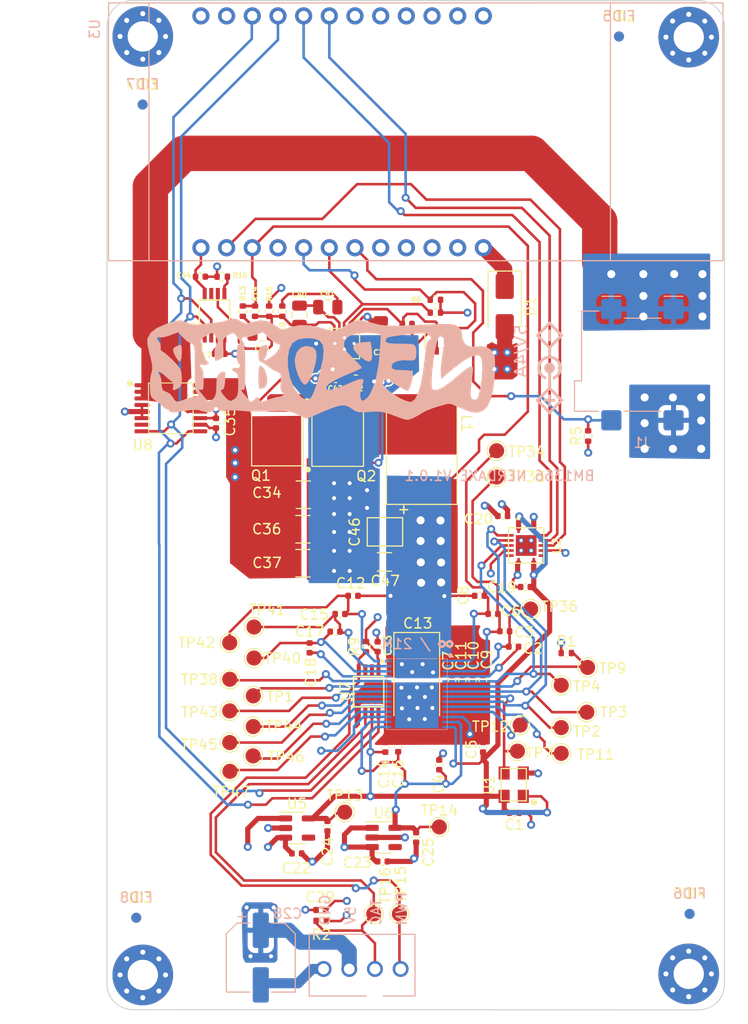
<source format=kicad_pcb>
(kicad_pcb (version 20221018) (generator pcbnew)
  (layers (0 "F.Cu" signal) (1 "In1.Cu" signal) (2 "In2.Cu" signal) (31 "B.Cu" signal) (34 "B.Paste" user) (35 "F.Paste" user) (36 "B.SilkS" user "B.Silkscreen") (37 "F.SilkS" user "F.Silkscreen") (38 "B.Mask" user) (39 "F.Mask" user) (44 "Edge.Cuts" user))
  (net 0 "")
  (net 1 "GND")
  (net 2 "/VIN")
  (net 3 "/BM1366/1V8")
  (net 4 "Net-(Q3-D)")
  (net 5 "/VDD")
  (net 6 "/5V")
  (net 7 "/3V3")
  (net 8 "/TX")
  (net 9 "/RX")
  (net 10 "/BM1366/VDD3_0")
  (net 11 "/BM1366/VDD2_0")
  (net 12 "/RST")
  (net 13 "/Power/PWR_EN")
  (net 14 "/Fan/FAN_TACH")
  (net 15 "/SCL")
  (net 16 "/Fan/FAN_PWM")
  (net 17 "/Power/OUT0")
  (net 18 "/Power/SW")
  (net 19 "/BM1366/0V8")
  (net 20 "/BM1366/VDD1_0")
  (net 21 "/BM1366/VDD1_1")
  (net 22 "/BM1366/VDD2_1")
  (net 23 "/BM1366/VDD3_1")
  (net 24 "/BM1366/ADDR0")
  (net 25 "/BM1366/ADDR1")
  (net 26 "/BM1366/INV_CL0")
  (net 27 "/BM1366/PIN_MODE")
  (net 28 "Net-(U9-COMP)")
  (net 29 "Net-(U9-BOOT)")
  (net 30 "Net-(C41-Pad2)")
  (net 31 "Net-(U9-BP)")
  (net 32 "/BM1366/CI")
  (net 33 "Net-(C45-Pad1)")
  (net 34 "/BM1366/RO")
  (net 35 "/BM1366/RST_N")
  (net 37 "Net-(Q1-G)")
  (net 38 "Net-(Q2-G)")
  (net 39 "/BM1366/RI")
  (net 40 "Net-(U10-FS0)")
  (net 41 "Net-(U10-FS1)")
  (net 42 "/BM1366/CLKI")
  (net 43 "/BM1366/NRSTO")
  (net 44 "/BM1366/BO")
  (net 45 "/BM1366/CLKO")
  (net 46 "/BM1366/CO")
  (net 48 "/Power/PGOOD")
  (net 52 "/Power/OUT1")
  (net 55 "/SDA")
  (net 56 "/BM1366/BI")
  (net 57 "/PLUG_SENSE")
  (net 64 "/TTGO/3V")
  (net 65 "Net-(D1-K)")
  (footprint "Capacitor_SMD:C_0805_2012Metric" (layer "F.Cu") (at 104.5102 82.2868 90)
    (fp_text reference "C43")
    (fp_text value "10uF")
  )
  (footprint "Capacitor_SMD:C_0402_1005Metric" (layer "F.Cu") (at 116.356 105.4762 180)
    (fp_text reference "C19")
    (fp_text value "0.1uF")
  )
  (footprint "TestPoint:TestPoint_Pad_D1.5mm" (layer "F.Cu") (at 119.888 119.38)
    (fp_text reference "TP2")
    (fp_text value "TestPoint")
  )
  (footprint "Package_SO:TSSOP-16_4.4x5mm_P0.65mm" (layer "F.Cu") (at 81.28 87.8112)
    (fp_text reference "U8")
    (fp_text value "INA260")
  )
  (footprint "Capacitor_SMD:C_0402_1005Metric" (layer "F.Cu") (at 109.093 114.709 -90)
    (fp_text reference "C7")
    (fp_text value "0.1uF")
  )
  (footprint "Resistor_SMD:R_0402_1005Metric" (layer "F.Cu") (at 88.3923 78.2112 -90)
    (fp_text reference "R13")
    (fp_text value "1.33k")
  )
  (footprint "Fiducial:Fiducial_1mm_Mask2mm" (layer "F.Cu") (at 78.486 57.785)
    (fp_text reference "FID1")
    (fp_text value "Fiducial")
  )
  (footprint "Diode_SMD:D_SMA" (layer "F.Cu") (at 114.3 77.756 -90)
    (fp_text reference "D1")
    (fp_text value "US1D")
  )
  (footprint "Capacitor_SMD:C_0402_1005Metric" (layer "F.Cu") (at 115.25 127.81 180)
    (fp_text reference "C1")
    (fp_text value "0.1uF")
  )
  (footprint "Capacitor_SMD:C_0805_2012Metric" (layer "F.Cu") (at 96.8 77.8112)
    (fp_text reference "C41")
    (fp_text value "1.5nF")
  )
  (footprint "Capacitor_SMD:C_0402_1005Metric" (layer "F.Cu") (at 114.3 109.855 180)
    (fp_text reference "C3")
    (fp_text value "1uF")
  )
  (footprint "MountingHole:MountingHole_3.5mm" (layer "F.Cu") (at 84.764 97.0952)
    (fp_text reference "H6" hide)
    (fp_text value "MountingHole")
  )
  (footprint "Capacitor_SMD:C_0805_2012Metric" (layer "F.Cu") (at 102.0276 80.1506 -90)
    (fp_text reference "C38")
    (fp_text value "1uF")
  )
  (footprint "TestPoint:TestPoint_Pad_D1.5mm" (layer "F.Cu") (at 113.5 94.6112)
    (fp_text reference "TP35")
    (fp_text value "TestPoint")
  )
  (footprint "Capacitor_SMD:C_0402_1005Metric" (layer "F.Cu") (at 105.54 130.24 -90)
    (fp_text reference "C25")
    (fp_text value "1uF")
  )
  (footprint "TestPoint:TestPoint_Pad_D1.5mm" (layer "F.Cu") (at 89.408 122.174)
    (fp_text reference "TP46")
    (fp_text value "TestPoint")
  )
  (footprint "Capacitor_SMD:C_0805_2012Metric" (layer "F.Cu") (at 90.3 80.4112)
    (fp_text reference "C45")
    (fp_text value "470pF")
  )
  (footprint "TestPoint:TestPoint_Pad_D1.5mm" (layer "F.Cu") (at 87.122 123.698)
    (fp_text reference "TP47")
    (fp_text value "TestPoint")
  )
  (footprint "TestPoint:TestPoint_Pad_D1.5mm" (layer "F.Cu") (at 101.346 137.795)
    (fp_text reference "TP16")
    (fp_text value "TestPoint")
  )
  (footprint "TestPoint:TestPoint_Pad_D1.5mm" (layer "F.Cu") (at 103.886 137.795)
    (fp_text reference "TP15")
    (fp_text value "TestPoint")
  )
  (footprint "Package_TO_SOT_SMD:SOT-23-5" (layer "F.Cu") (at 93.753 129.308)
    (fp_text reference "U5")
    (fp_text value "MCP1824T-1802E")
  )
  (footprint "Resistor_SMD:R_0402_1005Metric" (layer "F.Cu") (at 107.442 77.089 180)
    (fp_text reference "R6")
    (fp_text value "10k")
  )
  (footprint "MountingHole:MountingHole_3mm_Pad_Via" (layer "F.Cu") (at 78.5 143.83099)
    (fp_text reference "H4" hide)
    (fp_text value "AlignmentHole")
  )
  (footprint "Package_TO_SOT_SMD:SOT-23-5" (layer "F.Cu") (at 102.32 130.24)
    (fp_text reference "U6")
    (fp_text value "MCP1824T-0802E")
  )
  (footprint "MountingHole:MountingHole_3.5mm" (layer "F.Cu") (at 126.06 136.36)
    (fp_text reference "H5" hide)
    (fp_text value "MountingHole")
  )
  (footprint "Capacitor_SMD:C_0402_1005Metric" (layer "F.Cu") (at 107.823 123.063 -90)
    (fp_text reference "C4")
    (fp_text value "1uF")
  )
  (footprint "Package_SO:TSSOP-8_3x3mm_P0.65mm" (layer "F.Cu") (at 100.838 115.824 -90)
    (fp_text reference "U7")
    (fp_text value "EMC2101")
  )
  (footprint "Capacitor_SMD:C_0402_1005Metric" (layer "F.Cu") (at 99.3 106.3512 180)
    (fp_text reference "C12")
    (fp_text value "1uF")
  )
  (footprint "MountingHole:MountingHole_3mm_Pad_Via" (layer "F.Cu") (at 132.5 143.728)
    (fp_text reference "H3" hide)
    (fp_text value "AlignmentHole")
  )
  (footprint "TestPoint:TestPoint_Pad_D1.5mm" (layer "F.Cu") (at 122.428 117.856)
    (fp_text reference "TP3")
    (fp_text value "TestPoint")
  )
  (footprint "MountingHole:MountingHole_3mm_Pad_Via" (layer "F.Cu") (at 78.5 51.054)
    (fp_text reference "H1" hide)
    (fp_text value "AlignmentHole")
  )
  (footprint "TestPoint:TestPoint_Pad_D1.5mm" (layer "F.Cu") (at 87.1 117.729)
    (fp_text reference "TP43")
    (fp_text value "TestPoint")
  )
  (footprint "bitaxe:TXB0104" (layer "F.Cu") (at 116.422 101.3762 -90)
    (fp_text reference "U2")
    (fp_text value "TXB0104RGYR")
  )
  (footprint "Resistor_SMD:R_0402_1005Metric" (layer "F.Cu") (at 92.3 78.2112 -90)
    (fp_text reference "R10")
    (fp_text value "3.83k")
  )
  (footprint "TestPoint:TestPoint_Pad_D1.5mm" (layer "F.Cu") (at 87.1 111)
    (fp_text reference "TP42")
    (fp_text value "TestPoint")
  )
  (footprint "Resistor_SMD:R_0402_1005Metric" (layer "F.Cu") (at 122.555 90.551 90)
    (fp_text reference "R5")
    (fp_text value "1M")
  )
  (footprint "TPS40305_supply:FP1005R1-R15-R" (layer "F.Cu") (at 106.1 92.3112 -90)
    (fp_text reference "L1")
    (fp_text value "150nH")
  )
  (footprint "Resistor_SMD:R_0402_1005Metric" (layer "F.Cu") (at 91 78.2112 90)
    (fp_text reference "R15")
    (fp_text value "3.32k")
  )
  (footprint "Capacitor_SMD:C_0402_1005Metric" (layer "F.Cu") (at 98.01 108.1512 180)
    (fp_text reference "C15")
    (fp_text value "1uF")
  )
  (footprint "Fiducial:Fiducial_1mm_Mask2mm" (layer "F.Cu") (at 132.588 137.795)
    (fp_text reference "FID4")
    (fp_text value "Fiducial")
  )
  (footprint "Resistor_SMD:R_0402_1005Metric" (layer "F.Cu") (at 86.36 74.803 180)
    (fp_text reference "R16")
    (fp_text value "80k")
  )
  (footprint "Capacitor_SMD:C_0402_1005Metric" (layer "F.Cu") (at 103.759 121.285 90)
    (fp_text reference "C16")
    (fp_text value "1uF")
  )
  (footprint "TestPoint:TestPoint_Pad_D1.5mm" (layer "F.Cu") (at 115.824 119.126)
    (fp_text reference "TP12")
    (fp_text value "TestPoint")
  )
  (footprint "Capacitor_SMD:C_0402_1005Metric" (layer "F.Cu") (at 95 111.5 -90)
    (fp_text reference "C18")
    (fp_text value "1uF")
  )
  (footprint "Capacitor_SMD:C_0805_2012Metric" (layer "F.Cu") (at 94 78.6112 -90)
    (fp_text reference "C40")
    (fp_text value "180pF")
  )
  (footprint "Package_SO:TSSOP-8_3x3mm_P0.65mm" (layer "F.Cu") (at 85.598 78.613 90)
    (fp_text reference "U10")
    (fp_text value "DS4432U+")
  )
  (footprint "TestPoint:TestPoint_Pad_D1.5mm" (layer "F.Cu") (at 116.87 107.6612)
    (fp_text reference "TP36")
    (fp_text value "TestPoint")
  )
  (footprint "Capacitor_SMD:C_0402_1005Metric" (layer "F.Cu") (at 104.648 79.4698)
    (fp_text reference "C39" hide)
    (fp_text value "3.3nF")
  )
  (footprint "Capacitor_SMD:C_0402_1005Metric" (layer "F.Cu") (at 85.7412 89.281 90)
    (fp_text reference "C35")
    (fp_text value "1uF")
  )
  (footprint "Capacitor_SMD:C_0402_1005Metric" (layer "F.Cu") (at 111.125 114.709 -90)
    (fp_text reference "C10")
    (fp_text value "1uF")
  )
  (footprint "Capacitor_SMD:C_0402_1005Metric" (layer "F.Cu") (at 110.109 114.709 -90)
    (fp_text reference "C11")
    (fp_text value "1uF")
  )
  (footprint "Resistor_SMD:R_0402_1005Metric" (layer "F.Cu") (at 89.6 78.2112 -90)
    (fp_text reference "R14")
    (fp_text value "4.99k")
  )
  (footprint "Capacitor_SMD:C_0402_1005Metric" (layer "F.Cu") (at 102.489 121.32 90)
    (fp_text reference "C14")
    (fp_text value "1uF")
  )
  (footprint "Capacitor_Tantalum_SMD:CP_EIA-7343-31_Kemet-D_Pad2.25x2.55mm_HandSolder" (layer "F.Cu") (at 105.6 114.56 -90)
    (fp_text reference "C13")
    (fp_text value "330uF")
  )
  (footprint "TestPoint:TestPoint_Pad_D1.5mm" (layer "F.Cu") (at 119.888 121.92)
    (fp_text reference "TP11")
    (fp_text value "TestPoint")
  )
  (footprint "TPS40305_supply:CSD17311Q5" (layer "F.Cu") (at 97.781 90.5 -90)
    (fp_text reference "Q2")
    (fp_text value "CSD17311Q5")
  )
  (footprint "Resistor_SMD:R_0402_1005Metric" (layer "F.Cu") (at 120.396 112.014)
    (fp_text reference "R1")
    (fp_text value "10k")
  )
  (footprint "TestPoint:TestPoint_Pad_D1.5mm" (layer "F.Cu") (at 89.43 116.237)
    (fp_text reference "TP1")
    (fp_text value "TestPoint")
  )
  (footprint "Fiducial:Fiducial_1mm_Mask2mm" (layer "F.Cu") (at 77.851 138.176)
    (fp_text reference "FID3")
    (fp_text value "Fiducial")
  )
  (footprint "Capacitor_SMD:C_0402_1005Metric" (layer "F.Cu") (at 101.727 111.379 90)
    (fp_text reference "C33")
    (fp_text value "0.1uF")
  )
  (footprint "Resistor_SMD:R_0402_1005Metric" (layer "F.Cu") (at 96.15 138.48)
    (fp_text reference "R2")
    (fp_text value "5.6k")
  )
  (footprint "TestPoint:TestPoint_Pad_D1.5mm" (layer "F.Cu") (at 89.5 109.437)
    (fp_text reference "TP41")
    (fp_text value "TestPoint")
  )
  (footprint "TestPoint:TestPoint_Pad_D1.5mm" (layer "F.Cu") (at 87.1 114.6)
    (fp_text reference "TP38")
    (fp_text value "TestPoint")
  )
  (footprint "MountingHole:MountingHole_3mm_Pad_Via" (layer "F.Cu") (at 132.5 51.12099)
    (fp_text reference "H2" hide)
    (fp_text value "AlignmentHole")
  )
  (footprint "TestPoint:TestPoint_Pad_D1.5mm" (layer "F.Cu") (at 89.43 119.277)
    (fp_text reference "TP44")
    (fp_text value "TestPoint")
  )
  (footprint "Capacitor_SMD:C_0402_1005Metric" (layer "F.Cu") (at 84.201 74.803)
    (fp_text reference "C44")
    (fp_text value "1uF")
  )
  (footprint "TPS40305_supply:TPS40305" (layer "F.Cu") (at 98.446291 81.4112 -90)
    (fp_text reference "U9")
    (fp_text value "TPS40305")
  )
  (footprint "TestPoint:TestPoint_Pad_D1.5mm" (layer "F.Cu") (at 113.5 92.0112)
    (fp_text reference "TP34")
    (fp_text value "TestPoint")
  )
  (footprint "Capacitor_SMD:C_0402_1005Metric" (layer "F.Cu") (at 93.733 131.818)
    (fp_text reference "C22")
    (fp_text value "0.1uF")
  )
  (footprint "Capacitor_SMD:C_0402_1005Metric" (layer "F.Cu") (at 113.14 108.1412 180)
    (fp_text reference "C6")
    (fp_text value "1uF")
  )
  (footprint "TPS40305_supply:CAP_2R5TPE220MAFB" (layer "F.Cu") (at 102.451 100.03 180)
    (fp_text reference "C46")
    (fp_text value "220uF")
  )
  (footprint "TPS40305_supply:CSD17311Q5" (layer "F.Cu") (at 91.819287 90.456164 90)
    (fp_text reference "Q1")
    (fp_text value "CSD17311Q5")
  )
  (footprint "Fiducial:Fiducial_1mm_Mask2mm" (layer "F.Cu") (at 125.603 51.054)
    (fp_text reference "FID2")
    (fp_text value "Fiducial")
  )
  (footprint "Resistor_SMD:R_0402_1005Metric" (layer "F.Cu") (at 86.106 82.423)
    (fp_text reference "R17")
    (fp_text value "DNP")
  )
  (footprint "Capacitor_SMD:C_0402_1005Metric" (layer "F.Cu") (at 97.5776 84.9112)
    (fp_text reference "C42")
    (fp_text value "0.1uF")
  )
  (footprint "TestPoint:TestPoint_Pad_D1.5mm" (layer "F.Cu") (at 115.56 121.71)
    (fp_text reference "TP7")
    (fp_text value "TestPoint")
  )
  (footprint "Capacitor_SMD:C_1210_3225Metric" (layer "F.Cu") (at 94.381 96.36)
    (fp_text reference "C34")
    (fp_text value "47uF")
  )
  (footprint "TestPoint:TestPoint_Pad_D1.5mm" (layer "F.Cu") (at 89.5 112.5)
    (fp_text reference "TP40")
    (fp_text value "TestPoint")
  )
  (footprint "bitaxe:O 25,0-JO32-B-1V3-1-T1-LF" (layer "F.Cu") (at 115.19 125.02 90)
    (fp_text reference "U1")
    (fp_text value "25MHz")
  )
  (footprint "TestPoint:TestPoint_Pad_D1.5mm" (layer "F.Cu") (at 98.473 127.736)
    (fp_text reference "TP13")
    (fp_text value "TestPoint")
  )
  (footprint "Resistor_SMD:R_0402_1005Metric" (layer "F.Cu") (at 99.5776 84.9112)
    (fp_text reference "R12")
    (fp_text value "4.12k")
  )
  (footprint "Resistor_SMD:R_0402_1005Metric" (layer "F.Cu") (at 107.442 78.359 180)
    (fp_text reference "R4" hide)
    (fp_text value "10k")
  )
  (footprint "Capacitor_SMD:C_0402_1005Metric" (layer "F.Cu") (at 115.189 111.379 180)
    (fp_text reference "C2")
    (fp_text value "1uF")
  )
  (footprint "Capacitor_SMD:C_0402_1005Metric" (layer "F.Cu") (at 102.21 132.61)
    (fp_text reference "C23")
    (fp_text value "0.1uF")
  )
  (footprint "Capacitor_SMD:C_0402_1005Metric" (layer "F.Cu") (at 112.16 121.32 90)
    (fp_text reference "C5")
    (fp_text value "1uF")
  )
  (footprint "Package_TO_SOT_SMD:SOT-323_SC-70" (layer "F.Cu") (at 107.569 81.153 -90)
    (fp_text reference "Q3")
    (fp_text value "2N7002K")
  )
  (footprint "TestPoint:TestPoint_Pad_D1.5mm" (layer "F.Cu") (at 122.5 113.43)
    (fp_text reference "TP9")
    (fp_text value "TestPoint")
  )
  (footprint "Resistor_SMD:R_0402_1005Metric" (layer "F.Cu") (at 100.584 111.379 90)
    (fp_text reference "R9")
    (fp_text value "10k")
  )
  (footprint "Capacitor_SMD:C_0402_1005Metric" (layer "F.Cu") (at 97.52 109.8912 180)
    (fp_text reference "C17")
    (fp_text value "1uF")
  )
  (footprint "TestPoint:TestPoint_Pad_D1.5mm" (layer "F.Cu") (at 119.888 115.189)
    (fp_text reference "TP4")
    (fp_text value "TestPoint")
  )
  (footprint "Capacitor_SMD:C_0402_1005Metric" (layer "F.Cu") (at 111.81 106.3512 180)
    (fp_text reference "C8")
    (fp_text value "1uF")
  )
  (footprint "Capacitor_SMD:C_0402_1005Metric" (layer "F.Cu") (at 96.12 137.41)
    (fp_text reference "C29")
    (fp_text value "0.1uF")
  )
  (footprint "TestPoint:TestPoint_Pad_D1.5mm" (layer "F.Cu") (at 107.83 129.2)
    (fp_text reference "TP14")
    (fp_text value "TestPoint")
  )
  (footprint "TestPoint:TestPoint_Pad_D1.5mm" (layer "F.Cu") (at 87.1 120.858)
    (fp_text reference "TP45")
    (fp_text value "TestPoint")
  )
  (footprint "Capacitor_SMD:C_0402_1005Metric" (layer "F.Cu") (at 114.102 98.4662 180)
    (fp_text reference "C20")
    (fp_text value "0.1uF")
  )
  (footprint "Capacitor_SMD:C_1206_3216Metric" (layer "F.Cu") (at 102.411 103 180)
    (fp_text reference "C47")
    (fp_text value "100uF")
  )
  (footprint "Capacitor_SMD:C_0402_1005Metric" (layer "F.Cu") (at 96.763 129.118 -90)
    (fp_text reference "C24")
    (fp_text value "1uF")
  )
  (footprint "Capacitor_SMD:C_1210_3225Metric" (layer "F.Cu") (at 94.341 99.77)
    (fp_text reference "C36")
    (fp_text value "47uF")
  )
  (footprint "Capacitor_SMD:C_0402_1005Metric" (layer "F.Cu") (at 112.141 114.709 -90)
    (fp_text reference "C9")
    (fp_text value "0.1uF")
  )
  (footprint "Capacitor_SMD:C_1210_3225Metric" (layer "F.Cu") (at 94.341 103.13)
    (fp_text reference "C37")
    (fp_text value "47uF")
  )
  (footprint "bitaxe:470531000" (layer "B.Cu") (at 96.3824 143.240851)
    (fp_text reference "J4" hide)
    (fp_text value "Conn_01x04")
  )
  (footprint "bitaxe:nerdAxeLogo6" (layer "B.Cu") (at 95.868788 83.946574 180)
    (fp_text reference "G***" hide)
    (fp_text value "LOGO" hide)
  )
  (footprint "bitaxe:T-Display-S3" (layer "B.Cu") (at 105.5 60.482 -90)
    (fp_text reference "U3")
    (fp_text value "T-Display-S3")
  )
  (footprint "Fiducial:Fiducial_1mm_Mask2mm" (layer "B.Cu") (at 132.588 137.795 180)
    (fp_text reference "FID6")
    (fp_text value "Fiducial")
  )
  (footprint "bitaxe:barrel_jack" (layer "B.Cu") (at 118.745 83.82 -90)
    (fp_text reference "G***" hide)
    (fp_text value "LOGO" hide)
  )
  (footprint "bitaxe:BM1366" (layer "B.Cu") (at 105.612 116.068 180)
    (fp_text reference "U14" hide)
    (fp_text value "BM1366_mode0")
  )
  (footprint "Fiducial:Fiducial_1mm_Mask2mm" (layer "B.Cu") (at 78.486 57.785 180)
    (fp_text reference "FID7")
    (fp_text value "Fiducial")
  )
  (footprint "Capacitor_SMD:CP_Elec_6.3x7.7" (layer "B.Cu") (at 90.17 142.113 -90)
    (fp_text reference "C28")
    (fp_text value "220uF")
  )
  (footprint "bitaxe:BarrelJack_Wuerth_694106106102_2.0x5.5mm" (layer "B.Cu") (at 127.925 83.5 -90)
    (fp_text reference "J1")
    (fp_text value "54-00164")
  )
  (footprint "Fiducial:Fiducial_1mm_Mask2mm" (layer "B.Cu") (at 125.603 51.054 180)
    (fp_text reference "FID5")
    (fp_text value "Fiducial")
  )
  (footprint "Fiducial:Fiducial_1mm_Mask2mm" (layer "B.Cu") (at 77.851 138.176 180)
    (fp_text reference "FID8")
    (fp_text value "Fiducial")
  )
  (gr_line (start 77.5 47.5) (end 133.5 47.522) (stroke (width 0.1)) (layer "Edge.Cuts"))
  (gr_arc (start 136.04 144.744) (mid 135.296051 146.540051) (end 133.5 147.284) (stroke (width 0.1)) (layer "Edge.Cuts"))
  (gr_arc (start 133.5 47.522) (mid 135.296051 48.265949) (end 136.04 50.062) (stroke (width 0.1)) (layer "Edge.Cuts"))
  (gr_arc (start 74.96 50.04) (mid 75.703949 48.243949) (end 77.5 47.5) (stroke (width 0.1)) (layer "Edge.Cuts"))
  (gr_line (start 133.5 147.284) (end 77.5 147.262) (stroke (width 0.1)) (layer "Edge.Cuts"))
  (gr_line (start 136.04 50.062) (end 136.04 144.744) (stroke (width 0.1)) (layer "Edge.Cuts"))
  (gr_arc (start 77.5 147.262) (mid 75.703949 146.518051) (end 74.96 144.722) (stroke (width 0.1)) (layer "Edge.Cuts"))
  (gr_line (start 74.96 144.722) (end 74.96 50.04) (stroke (width 0.1)) (layer "Edge.Cuts"))
  (gr_text "5V" (at 99.0615 137.949952 90) (layer "B.SilkS") (effects (font (size 1 1)) (justify mirror)))
  (gr_text "/ 21M" (at 104.55 111.11) (layer "B.SilkS") (effects (font (size 1 1)) (justify mirror)))
  (gr_text "5V/4A\n" (at 116.713 79.502 90) (layer "B.SilkS") (effects (font (size 1.27 1.27)) (justify left bottom mirror)))
  (gr_text "BM1366 NERDAXE V1.0.1" (at 113.792 94.488) (layer "B.SilkS") (effects (font (size 1 1)) (justify mirror)))
  (gr_text "∞" (at 108.47 110.96) (layer "B.SilkS") (effects (font (size 2 2) (thickness 0.25)) (justify mirror)))
  (gr_text "PWM" (at 104.1175 137.294952 90) (layer "B.SilkS") (effects (font (size 1 1)) (justify mirror)))
  (gr_text "TAC" (at 101.585 137.628285 90) (layer "B.SilkS") (effects (font (size 1 1)) (justify mirror)))
  (gr_text "GND" (at 96.52 137.414 90) (layer "B.SilkS") (effects (font (size 1 1)) (justify mirror)))
  (segment (start 90.897 129.309) (end 90.898 129.308) (width 0.508) (layer "F.Cu") (net 1))
  (segment (start 105.7342 81.3368) (end 104.5102 81.3368) (width 0.254) (layer "F.Cu") (net 1))
  (segment (start 85.85 73.789) (end 85.85 74.803) (width 0.254) (layer "F.Cu") (net 1))
  (segment (start 96.763 129.768) (end 96.763 131.278) (width 0.508) (layer "F.Cu") (net 1))
  (segment (start 116.91 128.21) (end 116.91 128.99) (width 0.254) (layer "F.Cu") (net 1))
  (segment (start 112.16 120.84) (end 111.687 120.84) (width 0.254) (layer "F.Cu") (net 1))
  (segment (start 86.573 80.763) (end 86.573 82.38) (width 0.254) (layer "F.Cu") (net 1))
  (segment (start 118.107 101.8762) (end 120.075 101.8762) (width 0.254) (layer "F.Cu") (net 1))
  (segment (start 85.85 74.803) (end 84.681 74.803) (width 0.254) (layer "F.Cu") (net 1))
  (segment (start 85.344 88.773) (end 85.7132 88.773) (width 0.254) (layer "F.Cu") (net 1))
  (segment (start 112.9225 103.220138) (end 114.266438 101.8762) (width 0.254) (layer "F.Cu") (net 1))
  (segment (start 117.602 123.903) (end 117.569 123.87) (width 0.508) (layer "F.Cu") (net 1))
  (segment (start 115.13 105.1712) (end 115.13 104.7429) (width 0.254) (layer "F.Cu") (net 1))
  (segment (start 115.5737 104.2992) (end 115.5737 103.1595) (width 0.508) (layer "F.Cu") (net 1))
  (segment (start 102.86 132.61) (end 105.04 132.61) (width 0.508) (layer "F.Cu") (net 1))
  (segment (start 115.13 104.7429) (end 115.5737 104.2992) (width 0.254) (layer "F.Cu") (net 1))
  (segment (start 111.687 120.84) (end 110.862 120.015) (width 0.254) (layer "F.Cu") (net 1))
  (segment (start 97.494 136.516) (end 96.6 137.41) (width 0.254) (layer "F.Cu") (net 1))
  (segment (start 120.075 101.8762) (end 120.31 102.1112) (width 0.254) (layer "F.Cu") (net 1))
  (segment (start 105.791 81.28) (end 105.7342 81.3368) (width 0.254) (layer "F.Cu") (net 1))
  (segment (start 113.727778 113.462333) (end 115.669 111.521111) (width 0.254) (layer "F.Cu") (net 1))
  (segment (start 99.822 116.205) (end 103.313 116.205) (width 0.254) (layer "F.Cu") (net 1))
  (segment (start 95.461 132.62) (end 95.015 132.62) (width 0.508) (layer "F.Cu") (net 1))
  (segment (start 115.9 127.81) (end 116.51 127.81) (width 0.254) (layer "F.Cu") (net 1))
  (segment (start 100.3334 85.157) (end 101.3776 85.157) (width 0.254) (layer "F.Cu") (net 1))
  (segment (start 86.573 82.38) (end 86.616 82.423) (width 0.254) (layer "F.Cu") (net 1))
  (segment (start 105.54 132.11) (end 105.54 130.89) (width 0.508) (layer "F.Cu") (net 1))
  (segment (start 117.569 123.87) (end 116.14 123.87) (width 0.508) (layer "F.Cu") (net 1))
  (segment (start 76.726 88.1362) (end 76.7242 88.138) (width 0.508) (layer "F.Cu") (net 1))
  (segment (start 96.783 131.298) (end 95.461 132.62) (width 0.508) (layer "F.Cu") (net 1))
  (segment (start 86.616 82.423) (end 87.63 82.423) (width 0.254) (layer "F.Cu") (net 1))
  (segment (start 99.695 117.348) (end 99.695 116.332) (width 0.254) (layer "F.Cu") (net 1))
  (segment (start 105.792 81.28) (end 105.791 81.28) (width 0.254) (layer "F.Cu") (net 1))
  (segment (start 115.669 111.521111) (end 115.669 111.379) (width 0.254) (layer "F.Cu") (net 1))
  (segment (start 91 77.1112) (end 92.2 75.9112) (width 0.254) (layer "F.Cu") (net 1))
  (segment (start 99.695 116.332) (end 99.822 116.205) (width 0.254) (layer "F.Cu") (net 1))
  (segment (start 119.886 112.014) (end 119.886 111) (width 0.254) (layer "F.Cu") (net 1))
  (segment (start 112.9225 104.1482) (end 112.9225 103.220138) (width 0.254) (layer "F.Cu") (net 1))
  (segment (start 101.1825 130.24) (end 104.43 130.24) (width 0.508) (layer "F.Cu") (net 1))
  (segment (start 107.823 122.301) (end 108.204 121.92) (width 0.254) (layer "F.Cu") (net 1))
  (segment (start 107.823 122.583) (end 107.823 122.301) (width 0.254) (layer "F.Cu") (net 1))
  (segment (start 103.313 116.205) (end 104.082 115.436) (width 0.254) (layer "F.Cu") (net 1))
  (segment (start 105.04 132.61) (end 105.54 132.11) (width 0.508) (layer "F.Cu") (net 1))
  (segment (start 115.876 105.4762) (end 115.435 105.4762) (width 0.254) (layer "F.Cu") (net 1))
  (segment (start 85.3308 88.7862) (end 85.344 88.773) (width 0.254) (layer "F.Cu") (net 1))
  (segment (start 85.7412 87.884) (end 85.7412 88.801) (width 0.254) (layer "F.Cu") (net 1))
  (segment (start 115.435 105.4762) (end 115.13 105.1712) (width 0.254) (layer "F.Cu") (net 1))
  (segment (start 101.727 110.899) (end 101.727 110.109) (width 0.254) (layer "F.Cu") (net 1))
  (segment (start 119.886 111) (end 119.888 110.998) (width 0.254) (layer "F.Cu") (net 1))
  (segment (start 112.592 97.4362) (end 113.622 98.4662) (width 0.508) (layer "F.Cu") (net 1))
  (segment (start 115.5737 103.1595) (end 115.672 103.0612) (width 0.508) (layer "F.Cu") (net 1))
  (segment (start 84.1425 88.7862) (end 85.3308 88.7862) (width 0.254) (layer "F.Cu") (net 1))
  (segment (start 90.898 129.308) (end 92.6155 129.308) (width 0.508) (layer "F.Cu") (net 1))
  (segment (start 105.128 79.4698) (end 105.156 79.4978) (width 0.254) (layer "F.Cu") (net 1))
  (segment (start 95.015 132.62) (end 94.213 131.818) (width 0.508) (layer "F.Cu") (net 1))
  (segment (start 104.6992 81.3368) (end 104.5102 81.3368) (width 0.254) (layer "F.Cu") (net 1))
  (segment (start 78.4175 88.7862) (end 78.4175 88.1362) (width 0.254) (layer "F.Cu") (net 1))
  (segment (start 85.852 73.787) (end 85.85 73.789) (width 0.254) (layer "F.Cu") (net 1))
  (segment (start 105.156 79.4978) (end 105.156 80.88) (width 0.254) (layer "F.Cu") (net 1))
  (segment (start 95 111.98) (end 95.965 111.98) (width 0.254) (layer "F.Cu") (net 1))
  (segment (start 112.318 97.4362) (end 112.592 97.4362) (width 0.508) (layer "F.Cu") (net 1))
  (segment (start 101.727 110.109) (end 101.6 109.982) (width 0.254) (layer "F.Cu") (net 1))
  (segment (start 116.51 127.81) (end 116.91 128.21) (width 0.254) (layer "F.Cu") (net 1))
  (segment (start 99.863 117.516) (end 99.695 117.348) (width 0.254) (layer "F.Cu") (net 1))
  (segment (start 95.965 111.98) (end 96.109 112.124) (width 0.254) (layer "F.Cu") (net 1))
  (segment (start 105.156 80.88) (end 104.6992 81.3368) (width 0.254) (layer "F.Cu") (net 1))
  (segment (start 96.763 131.278) (end 96.783 131.298) (width 0.508) (layer "F.Cu") (net 1))
  (segment (start 114.266438 101.8762) (end 114.737 101.8762) (width 0.254) (layer "F.Cu") (net 1))
  (segment (start 78.4175 87.4862) (end 78.4175 88.1362) (width 0.254) (layer "F.Cu") (net 1))
  (segment (start 98.682 136.516) (end 97.494 136.516) (width 0.254) (layer "F.Cu") (net 1))
  (segment (start 106.919 80.153) (end 105.792 81.28) (width 0.254) (layer "F.Cu") (net 1))
  (segment (start 100.0876 84.9112) (end 100.3334 85.157) (width 0.254) (layer "F.Cu") (net 1))
  (segment (start 99.863 117.974) (end 99.863 117.516) (width 0.254) (layer "F.Cu") (net 1))
  (segment (start 85.7132 88.773) (end 85.7412 88.801) (width 0.254) (layer "F.Cu") (net 1))
  (segment (start 78.9295 88.1362) (end 76.726 88.1362) (width 0.508) (layer "F.Cu") (net 1))
  (segment (start 91 77.7012) (end 91 77.1112) (width 0.254) (layer "F.Cu") (net 1))
  (via (at 96.139 121.666) (size 0.8) (drill 0.4) (layers "F.Cu" "B.Cu") (net 1))
  (via (at 130.937 86.741) (size 1.2) (drill 0.8) (layers "F.Cu" "B.Cu") (net 1))
  (via (at 128.143 91.821) (size 1.2) (drill 0.8) (layers "F.Cu" "B.Cu") (net 1))
  (via (at 76.7242 88.138) (size 0.8) (drill 0.4) (layers "F.Cu" "B.Cu") (net 1))
  (via (at 116.91 128.99) (size 0.8) (drill 0.4) (layers "F.Cu" "B.Cu") (net 1))
  (via (at 97.4194 103.8898) (size 0.8) (drill 0.4) (layers "F.Cu" "B.Cu") (net 1))
  (via (at 87.63 82.423) (size 0.8) (drill 0.4) (layers "F.Cu" "B.Cu") (net 1))
  (via (at 101.3776 85.157) (size 0.8) (drill 0.4) (layers "F.Cu" "B.Cu") (net 1))
  (via (at 96.109 112.124) (size 0.8) (drill 0.4) (layers "F.Cu" "B.Cu") (net 1))
  (via (at 97.4194 98.2684) (size 0.8) (drill 0.4) (layers "F.Cu" "B.Cu") (net 1))
  (via (at 100.6794 97.6598) (size 0.8) (drill 0.4) (layers "F.Cu" "B.Cu") (net 1))
  (via (at 106.396 118.533) (size 0.8) (drill 0.4) (layers "F.Cu" "B.Cu") (net 1))
  (via (at 97.4194 95.2198) (size 0.8) (drill 0.4) (layers "F.Cu" "B.Cu") (net 1))
  (via (at 110.862 120.015) (size 0.8) (drill 0.4) (layers "F.Cu" "B.Cu") (net 1))
  (via (at 98.9594 95.2198) (size 0.8) (drill 0.4) (layers "F.Cu" "B.Cu") (net 1))
  (via (at 104.082 115.436) (size 0.8) (drill 0.4) (layers "F.Cu" "B.Cu") (net 1))
  (via (at 98.682 136.516) (size 0.8) (drill 0.4) (layers "F.Cu" "B.Cu") (net 1))
  (via (at 85.7412 87.884) (size 0.8) (drill 0.4) (layers "F.Cu" "B.Cu") (net 1))
  (via (at 98.9594 103.8898) (size 0.8) (drill 0.4) (layers "F.Cu" "B.Cu") (net 1))
  (via (at 106.408 116.351) (size 0.8) (drill 0.4) (layers "F.Cu" "B.Cu") (net 1))
  (via (at 128.143 89.281) (size 1.2) (drill 0.8) (layers "F.Cu" "B.Cu") (net 1))
  (via (at 133.731 91.821) (size 1.2) (drill 0.8) (layers "F.Cu" "B.Cu") (net 1))
  (via (at 95.6452 81.4204) (size 0.8) (drill 0.4) (layers "F.Cu" "B.Cu") (net 1))
  (via (at 97.4194 96.6998) (size 0.8) (drill 0.4) (layers "F.Cu" "B.Cu") (net 1))
  (via (at 92.2 75.9112) (size 0.8) (drill 0.4) (layers "F.Cu" "B.Cu") (net 1))
  (via (at 105.673 117.442) (size 0.8) (drill 0.4) (layers "F.Cu" "B.Cu") (net 1))
  (via (at 97.4194 100.0398) (size 0.8) (drill 0.4) (layers "F.Cu" "B.Cu") (net 1))
  (via (at 133.731 89.027) (size 1.2) (drill 0.8) (layers "F.Cu" "B.Cu") (net 1))
  (via (at 101.6 109.982) (size 0.8) (drill 0.4) (layers "F.Cu" "B.Cu") (net 1))
  (via (at 130.937 91.821) (size 1.2) (drill 0.8) (layers "F.Cu" "B.Cu") (net 1))
  (via (at 98.9594 101.9098) (size 0.8) (drill 0.4) (layers "F.Cu" "B.Cu") (net 1))
  (via (at 85.852 73.787) (size 0.8) (drill 0.4) (layers "F.Cu" "B.Cu") (net 1))
  (via (at 117.602 123.903) (size 0.8) (drill 0.4) (layers "F.Cu" "B.Cu") (net 1))
  (via (at 104.855 118.563) (size 0.8) (drill 0.4) (layers "F.Cu" "B.Cu") (net 1))
  (via (at 104.132 117.472) (size 0.8) (drill 0.4) (layers "F.Cu" "B.Cu") (net 1))
  (via (at 128.143 86.741) (size 1.2) (drill 0.8) (layers "F.Cu" "B.Cu") (net 1))
  (via (at 98.9594 96.6998) (size 0.8) (drill 0.4) (layers "F.Cu" "B.Cu") (net 1))
  (via (at 119.888 110.998) (size 0.8) (drill 0.4) (layers "F.Cu" "B.Cu") (net 1))
  (via (at 97.4194 101.9098) (size 0.8) (drill 0.4) (layers "F.Cu" "B.Cu") (net 1))
  (via (at 112.9225 104.1482) (size 0.8) (drill 0.4) (layers "F.Cu" "B.Cu") (net 1))
  (via (at 133.731 86.741) (size 1.2) (drill 0.8) (layers "F.Cu" "B.Cu") (net 1))
  (via (at 107.144 117.442) (size 0.8) (drill 0.4) (layers "F.Cu" "B.Cu") (net 1))
  (via (at 90.897 129.309) (size 0.8) (drill 0.4) (layers "F.Cu" "B.Cu") (net 1))
  (via (at 112.318 97.4362) (size 0.8) (drill 0.4) (layers "F.Cu" "B.Cu") (net 1))
  (via (at 105.623 115.406) (size 0.8) (drill 0.4) (layers "F.Cu" "B.Cu") (net 1))
  (via (at 98.9594 100.0398) (size 0.8) (drill 0.4) (layers "F.Cu" "B.Cu") (net 1))
  (via (at 104.867 116.381) (size 0.8) (drill 0.4) (layers "F.Cu" "B.Cu") (net 1))
  (via (at 105.33 132.32) (size 0.8) (drill 0.4) (layers "F.Cu" "B.Cu") (net 1))
  (via (at 104.43 130.24) (size 0.8) (drill 0.4) (layers "F.Cu" "B.Cu") (net 1))
  (via (at 98.9594 98.2684) (size 0.8) (drill 0.4) (layers "F.Cu" "B.Cu") (net 1))
  (via (at 115.5737 104.2992) (size 0.8) (drill 0.4) (layers "F.Cu" "B.Cu") (net 1))
  (via (at 120.31 102.1112) (size 0.8) (drill 0.4) (layers "F.Cu" "B.Cu") (net 1))
  (via (at 108.204 121.92) (size 0.8) (drill 0.4) (layers "F.Cu" "B.Cu") (net 1))
  (via (at 95.26 132.63) (size 0.8) (drill 0.4) (layers "F.Cu" "B.Cu") (net 1))
  (via (at 107.094 115.406) (size 0.8) (drill 0.4) (layers "F.Cu" "B.Cu") (net 1))
  (via (at 113.727778 113.462333) (size 0.8) (drill 0.4) (layers "F.Cu" "B.Cu") (net 1))
  (via (at 100.6794 95.9112) (size 0.8) (drill 0.4) (layers "F.Cu" "B.Cu") (net 1))
  (segment (start 90.33 144.653) (end 90.17 144.813) (width 1) (layer "B.Cu") (net 1))
  (segment (start 107.144 117.442) (end 105.878 117.442) (width 0.254) (layer "B.Cu") (net 1))
  (segment (start 131 86.804) (end 130.937 86.741) (width 0.254) (layer "B.Cu") (net 1))
  (segment (start 98.296 114.311) (end 96.109 112.124) (width 0.254) (layer "B.Cu") (net 1))
  (segment (start 131 89) (end 131 86.804) (width 0.254) (layer "B.Cu") (net 1))
  (segment (start 110.156 118.327) (end 108.528 118.327) (width 0.254) (layer "B.Cu") (net 1))
  (segment (start 95.265149 143.240851) (end 93.853 144.653) (width 1) (layer "B.Cu") (net 1))
  (segment (start 110.862 119.033) (end 110.156 118.327) (width 0.254) (layer "B.Cu") (net 1))
  (segment (start 99.393 120.015) (end 99.393 119.252) (width 0.254) (layer "B.Cu") (net 1))
  (segment (start 97.742 121.666) (end 96.139 121.666) (width 0.254) (layer "B.Cu") (net 1))
  (segment (start 113.613667 113.462333) (end 112.765 114.311) (width 0.254) (layer "B.Cu") (net 1))
  (segment (start 99.393 120.015) (end 97.742 121.666) (width 0.254) (layer "B.Cu") (net 1))
  (segment (start 96.3824 143.240851) (end 95.265149 143.240851) (width 1) (layer "B.Cu") (net 1))
  (segment (start 102.696 114.311) (end 98.296 114.311) (width 0.254) (layer "B.Cu") (net 1))
  (segment (start 99.393 119.252) (end 100.327 118.318) (width 0.254) (layer "B.Cu") (net 1))
  (segment (start 100.327 118.318) (end 102.696 118.318) (width 0.254) (layer "B.Cu") (net 1))
  (segment (start 110.862 120.015) (end 110.862 119.033) (width 0.254) (layer "B.Cu") (net 1))
  (segment (start 113.727778 113.462333) (end 113.613667 113.462333) (width 0.254) (layer "B.Cu") (net 1))
  (segment (start 112.765 114.311) (end 108.528 114.311) (width 0.254) (layer "B.Cu") (net 1))
  (segment (start 93.853 144.653) (end 90.33 144.653) (width 1) (layer "B.Cu") (net 1))
  (segment (start 105.878 117.442) (end 105.612 117.176) (width 0.254) (layer "B.Cu") (net 1))
  (segment (start 79.248 65.913) (end 79.248 80.391) (width 3.5) (layer "F.Cu") (net 2))
  (segment (start 83.087 88.1362) (end 81.787 86.8362) (width 0.254) (layer "F.Cu") (net 2))
  (segment (start 123.698 69.342) (end 116.967 62.611) (width 3.5) (layer "F.Cu") (net 2))
  (segment (start 78.4175 86.1862) (end 78.4175 85.5362) (width 0.254) (layer "F.Cu") (net 2))
  (segment (start 80.137 81.28) (end 80.137 84.963) (width 3) (layer "F.Cu") (net 2))
  (segment (start 78.9295 85.5362) (end 78.9295 85.5359) (width 0.254) (layer "F.Cu") (net 2))
  (segment (start 82.55 62.611) (end 79.248 65.913) (width 3.5) (layer "F.Cu") (net 2))
  (segment (start 125.095 74.93) (end 124.841 74.676) (width 3) (layer "F.Cu") (net 2))
  (segment (start 81.787 86.8362) (end 78.9295 86.8362) (width 0.254) (layer "F.Cu") (net 2))
  (segment (start 78.9295 85.5359) (end 78.9542 85.5112) (width 0.254) (layer "F.Cu") (net 2))
  (segment (start 79.248 80.391) (end 80.137 81.28) (width 3) (layer "F.Cu") (net 2))
  (segment (start 78.4175 86.8362) (end 78.4175 86.1862) (width 0.254) (layer "F.Cu") (net 2))
  (segment (start 124.841 74.676) (end 124.841 74.549) (width 3) (layer "F.Cu") (net 2))
  (segment (start 78.9542 86.1615) (end 78.9295 86.1862) (width 0.254) (layer "F.Cu") (net 2))
  (segment (start 124.841 74.549) (end 123.698 73.406) (width 3.5) (layer "F.Cu") (net 2))
  (segment (start 78.9295 86.1359) (end 78.9295 86.1862) (width 0.254) (layer "F.Cu") (net 2))
  (segment (start 123.698 73.406) (end 123.698 69.342) (width 3.5) (layer "F.Cu") (net 2))
  (segment (start 84.6545 88.1362) (end 83.087 88.1362) (width 0.254) (layer "F.Cu") (net 2))
  (segment (start 116.967 62.611) (end 82.55 62.611) (width 3.5) (layer "F.Cu") (net 2))
  (via (at 133.858 74.549) (size 1.2) (drill 0.8) (layers "F.Cu" "B.Cu") (net 2))
  (via (at 133.858 78.74) (size 1.2) (drill 0.8) (layers "F.Cu" "B.Cu") (net 2))
  (via (at 124.841 74.549) (size 1.2) (drill 0.8) (layers "F.Cu" "B.Cu") (net 2))
  (via (at 128.016 76.708) (size 1.2) (drill 0.8) (layers "F.Cu" "B.Cu") (net 2))
  (via (at 128.016 78.74) (size 1.2) (drill 0.8) (layers "F.Cu" "B.Cu") (net 2))
  (via (at 131.064 74.549) (size 1.2) (drill 0.8) (layers "F.Cu" "B.Cu") (net 2))
  (via (at 128.016 74.549) (size 1.2) (drill 0.8) (layers "F.Cu" "B.Cu") (net 2))
  (via (at 133.858 76.708) (size 1.2) (drill 0.8) (layers "F.Cu" "B.Cu") (net 2))
  (segment (start 124.968 77.882) (end 124.85 78) (width 0.254) (layer "B.Cu") (net 2))
  (segment (start 94.8905 128.358) (end 96.653 128.358) (width 0.508) (layer "F.Cu") (net 3))
  (segment (start 118.745 109.855) (end 118.745 107.188) (width 0.508) (layer "F.Cu") (net 3))
  (segment (start 117.172 104.2842) (end 117.172 103.0612) (width 0.508) (layer "F.Cu") (net 3))
  (segment (start 95.289 128.358) (end 97.477 126.17) (width 0.508) (layer "F.Cu") (net 3))
  (segment (start 112.48 126.17) (end 112.48 122.88) (width 0.508) (layer "F.Cu") (net 3))
  (segment (start 117.89 126.17) (end 116.14 126.17) (width 0.254) (layer "F.Cu") (net 3))
  (segment (start 113.63 114.97) (end 118.745 109.855) (width 0.508) (layer "F.Cu") (net 3))
  (segment (start 118.49 126.77) (end 117.89 126.17) (width 0.254) (layer "F.Cu") (net 3))
  (segment (start 111.784 122.936) (end 112.16 122.56) (width 0.254) (layer "F.Cu") (net 3))
  (segment (start 113.63 121.09) (end 113.63 114.97) (width 0.508) (layer "F.Cu") (net 3))
  (segment (start 112.48 126.17) (end 101.015 126.17) (width 0.508) (layer "F.Cu") (net 3))
  (segment (start 115.737362 98.940838) (end 115.672 99.0062) (width 0.508) (layer "F.Cu") (net 3))
  (segment (start 96.653 128.358) (end 96.763 128.468) (width 0.508) (layer "F.Cu") (net 3))
  (segment (start 112.48 127.04) (end 112.13 127.39) (width 0.508) (layer "F.Cu") (net 3))
  (segment (start 102.489 121.8) (end 101.04 121.8) (width 0.254) (layer "F.Cu") (net 3))
  (segment (start 117.172 105.615) (end 117.172 103.0612) (width 0.508) (layer "F.Cu") (net 3))
  (segment (start 112.48 126.17) (end 112.48 127.04) (width 0.508) (layer "F.Cu") (net 3))
  (segment (start 114.6 127.81) (end 114.25 127.46) (width 0.508) (layer "F.Cu") (net 3))
  (segment (start 114.25 126.18) (end 114.24 126.17) (width 0.508) (layer "F.Cu") (net 3))
  (segment (start 115.737362 98.496846) (end 115.737362 98.940838) (width 0.508) (layer "F.Cu") (net 3))
  (segment (start 118.49 127.77) (end 118.49 126.77) (width 0.254) (layer "F.Cu") (net 3))
  (segment (start 115.672 99.0062) (end 115.672 99.6912) (width 0.508) (layer "F.Cu") (net 3))
  (segment (start 112.48 122.88) (end 112.16 122.56) (width 0.508) (layer "F.Cu") (net 3))
  (segment (start 94.8905 128.358) (end 95.289 128.358) (width 0.508) (layer "F.Cu") (net 3))
  (segment (start 114.25 127.46) (end 114.25 126.18) (width 0.508) (layer "F.Cu") (net 3))
  (segment (start 97.477 126.17) (end 101.015 126.17) (width 0.508) (layer "F.Cu") (net 3))
  (segment (start 97.67 127.85) (end 97.02 128.5) (width 0.254) (layer "F.Cu") (net 3))
  (segment (start 118.745 107.188) (end 117.172 105.615) (width 0.508) (layer "F.Cu") (net 3))
  (segment (start 109.22 122.936) (end 111.784 122.936) (width 0.254) (layer "F.Cu") (net 3))
  (segment (start 112.16 122.56) (end 113.63 121.09) (width 0.508) (layer "F.Cu") (net 3))
  (segment (start 112.16 121.97) (end 112.16 122.56) (width 0.508) (layer "F.Cu") (net 3))
  (segment (start 112.48 126.17) (end 114.24 126.17) (width 0.508) (layer "F.Cu") (net 3))
  (via (at 101.015 126.17) (size 0.8) (drill 0.4) (layers "F.Cu" "B.Cu") (net 3))
  (via (at 115.737362 98.496846) (size 0.8) (drill 0.4) (layers "F.Cu" "B.Cu") (net 3))
  (via (at 118.49 127.77) (size 0.8) (drill 0.4) (layers "F.Cu" "B.Cu") (net 3))
  (via (at 117.172 104.2842) (size 0.8) (drill 0.4) (layers "F.Cu" "B.Cu") (net 3))
  (via (at 112.13 127.39) (size 0.8) (drill 0.4) (layers "F.Cu" "B.Cu") (net 3))
  (via (at 109.22 122.936) (size 0.8) (drill 0.4) (layers "F.Cu" "B.Cu") (net 3))
  (via (at 101.015 121.775) (size 0.8) (drill 0.4) (layers "F.Cu" "B.Cu") (net 3))
  (segment (start 109.45 122.706) (end 109.45 119.488) (width 0.254) (layer "B.Cu") (net 3))
  (segment (start 109.45 119.488) (end 109.293 119.331) (width 0.254) (layer "B.Cu") (net 3))
  (segment (start 109.293 119.331) (end 108.528 119.331) (width 0.254) (layer "B.Cu") (net 3))
  (segment (start 118.302 101.061484) (end 118.302 103.1542) (width 0.508) (layer "B.Cu") (net 3))
  (segment (start 112.13 127.39) (end 112.51 127.77) (width 0.508) (layer "B.Cu") (net 3))
  (segment (start 101.015 121.775) (end 101.015 119.871) (width 0.254) (layer "B.Cu") (net 3))
  (segment (start 101.015 126.17) (end 101.015 121.775) (width 0.254) (layer "B.Cu") (net 3))
  (segment (start 112.51 127.77) (end 118.49 127.77) (width 0.508) (layer "B.Cu") (net 3))
  (segment (start 118.302 103.1542) (end 117.172 104.2842) (width 0.508) (layer "B.Cu") (net 3))
  (segment (start 109.22 122.936) (end 109.45 122.706) (width 0.254) (layer "B.Cu") (net 3))
  (segment (start 115.737362 98.496846) (end 118.302 101.061484) (width 0.508) (layer "B.Cu") (net 3))
  (segment (start 101.015 119.871) (end 101.568 119.318) (width 0.254) (layer "B.Cu") (net 3))
  (segment (start 101.568 119.318) (end 102.696 119.318) (width 0.254) (layer "B.Cu") (net 3))
  (segment (start 104.267 79.3708) (end 104.267 78.867) (width 0.254) (layer "F.Cu") (net 4))
  (segment (start 106.426 79.248) (end 107.442 79.248) (width 0.254) (layer "F.Cu") (net 4))
  (segment (start 98.946291 80.0112) (end 98.946291 79.428092) (width 0.254) (layer "F.Cu") (net 4))
  (segment (start 104.1075 79.434) (end 104.27 79.434) (width 0.254) (layer "F.Cu") (net 4))
  (segment (start 105.664 78.486) (end 106.426 79.248) (width 0.254) (layer "F.Cu") (net 4))
  (segment (start 104.267 78.867) (end 104.648 78.486) (width 0.254) (layer "F.Cu") (net 4))
  (segment (start 100.362783 78.0116) (end 102.6851 78.0116) (width 0.254) (layer "F.Cu") (net 4))
  (segment (start 107.569 79.375) (end 107.569 82.153) (width 0.254) (layer "F.Cu") (net 4))
  (segment (start 102.6851 78.0116) (end 104.1075 79.434) (width 0.254) (layer "F.Cu") (net 4))
  (segment (start 104.168 79.4698) (end 104.267 79.3708) (width 0.254) (layer "F.Cu") (net 4))
  (segment (start 107.442 79.248) (end 107.569 79.375) (width 0.254) (layer "F.Cu") (net 4))
  (segment (start 98.946291 79.428092) (end 100.362783 78.0116) (width 0.254) (layer "F.Cu") (net 4))
  (segment (start 104.648 78.486) (end 105.664 78.486) (width 0.254) (layer "F.Cu") (net 4))
  (segment (start 106.1 96.4712) (end 106.5414 96.0298) (width 0.254) (layer "F.Cu") (net 5))
  (segment (start 89.662 75.184) (end 89.662 77.6392) (width 0.254) (layer "F.Cu") (net 5))
  (segment (start 116.586 88.138) (end 116.586 71.755) (width 0.254) (layer "F.Cu") (net 5))
  (segment (start 107.8064 96.0298) (end 111.76 92.0762) (width 0.254) (layer "F.Cu") (net 5))
  (segment (start 89.33 74.852) (end 89.662 75.184) (width 0.254) (layer "F.Cu") (net 5))
  (segment (start 114.3 90.424) (end 116.586 88.138) (width 0.254) (layer "F.Cu") (net 5))
  (segment (start 89.662 77.6392) (end 89.6 77.7012) (width 0.254) (layer "F.Cu") (net 5))
  (segment (start 108.36 106.3512) (end 111.16 106.3512) (width 0.254) (layer "F.Cu") (net 5))
  (segment (start 111.76 92.0762) (end 111.76 90.932) (width 0.254) (layer "F.Cu") (net 5))
  (segment (start 103 106.3512) (end 99.95 106.3512) (width 0.254) (layer "F.Cu") (net 5))
  (segment (start 112.268 90.424) (end 114.3 90.424) (width 0.254) (layer "F.Cu") (net 5))
  (segment (start 89.33 71.942) (end 89.33 74.852) (width 0.254) (layer "F.Cu") (net 5))
  (segment (start 116.586 71.755) (end 114.681 69.85) (width 0.254) (layer "F.Cu") (net 5))
  (segment (start 114.681 69.85) (end 91.422 69.85) (width 0.254) (layer "F.Cu") (net 5))
  (segment (start 91.422 69.85) (end 89.33 71.942) (width 0.254) (layer "F.Cu") (net 5))
  (segment (start 106.5414 96.0298) (end 107.8064 96.0298) (width 0.254) (layer "F.Cu") (net 5))
  (segment (start 108.33 106.3812) (end 108.36 106.3512) (width 0.254) (layer "F.Cu") (net 5))
  (segment (start 111.76 90.932) (end 112.268 90.424) (width 0.254) (layer "F.Cu") (net 5))
  (segment (start 88.3923 77.7012) (end 89.8 77.7012) (width 0.254) (layer "F.Cu") (net 5))
  (via (at 103 106.3512) (size 0.8) (drill 0.4) (layers "F.Cu" "B.Cu") (net 5))
  (via (at 105.152 113.89) (size 0.8) (drill 0.4) (layers "F.Cu" "B.Cu") (net 5))
  (via (at 107.9694 100.9298) (size 1.2) (drill 0.8) (layers "F.Cu" "B.Cu") (net 5))
  (via (at 108.0094 103.0598) (size 1.2) (drill 0.8) (layers "F.Cu" "B.Cu") (net 5))
  (via (at 104.126 113.11) (size 0.8) (drill 0.4) (layers "F.Cu" "B.Cu") (net 5))
  (via (at 108.33 106.3812) (size 0.8) (drill 0.4) (layers "F.Cu" "B.Cu") (net 5))
  (via (at 107.204 113.92) (size 0.8) (drill 0.4) (layers "F.Cu" "B.Cu") (net 5))
  (via (at 108.0094 105.0298) (size 1.2) (drill 0.8) (layers "F.Cu" "B.Cu") (net 5))
  (via (at 106.178 113.11) (size 0.8) (drill 0.4) (layers "F.Cu" "B.Cu") (net 5))
  (via (at 105.9794 100.9298) (size 1.2) (drill 0.8) (layers "F.Cu" "B.Cu") (net 5))
  (via (at 105.9794 98.8898) (size 1.2) (drill 0.8) (layers "F.Cu" "B.Cu") (net 5))
  (via (at 107.9494 98.9098) (size 1.2) (drill 0.8) (layers "F.Cu" "B.Cu") (net 5))
  (via (at 106.0294 105.0598) (size 1.2) (drill 0.8) (layers "F.Cu" "B.Cu") (net 5))
  (via (at 105.9994 103.0398) (size 1.2) (drill 0.8) (layers "F.Cu" "B.Cu") (net 5))
  (segment (start 114.3 82.042) (end 114.3 81.026) (width 1.5) (layer "F.Cu") (net 6))
  (segment (start 99.11 129.3) (end 98.45 129.96) (width 0.508) (layer "F.Cu") (net 6))
  (segment (start 114.3 79.756) (end 114.3 81.026) (width 0.254) (layer "F.Cu") (net 6))
  (segment (start 89.893 128.358) (end 88.883 129.368) (width 0.508) (layer "F.Cu") (net 6))
  (segment (start 101.1825 129.29) (end 100.683811 129.29) (width 0.508) (layer "F.Cu") (net 6))
  (segment (start 114.554 82.296) (end 114.3 82.042) (width 1.5) (layer "F.Cu") (net 6))
  (segment (start 100.683811 129.29) (end 100.673811 129.3) (width 0.508) (layer "F.Cu") (net 6))
  (segment (start 101.1562 79.2006) (end 100.7146 78.759) (width 0.508) (layer "F.Cu") (net 6))
  (segment (start 93.253 131.818) (end 92.6155 131.1805) (width 0.508) (layer "F.Cu") (net 6))
  (segment (start 86.0526 85.1626) (end 85.679 85.5362) (width 0.254) (layer "F.Cu") (net 6))
  (segment (start 98.46 131.19) (end 98.45 131.2) (width 0.508) (layer "F.Cu") (net 6))
  (segment (start 102.0276 79.2006) (end 101.1562 79.2006) (width 0.508) (layer "F.Cu") (net 6))
  (segment (start 100.3222 78.759) (end 99.446291 79.634909) (width 0.254) (layer "F.Cu") (net 6))
  (segment (start 94.58 137.39) (end 94.6 137.41) (width 0.254) (layer "F.Cu") (net 6))
  (segment (start 88.883 129.368) (end 88.883 131.168) (width 0.508) (layer "F.Cu") (net 6))
  (segment (start 90.881 131.182) (end 91.805 130.258) (width 0.508) (layer "F.Cu") (net 6))
  (segment (start 99.446291 79.634909) (end 99.446291 80.0112) (width 0.254) (layer "F.Cu") (net 6))
  (segment (start 98.45 129.96) (end 98.45 131.2) (width 0.508) (layer "F.Cu") (net 6))
  (segment (start 92.6155 131.1805) (end 92.6155 130.258) (width 0.508) (layer "F.Cu") (net 6))
  (segment (start 100.673811 129.3) (end 99.11 129.3) (width 0.508) (layer "F.Cu") (net 6))
  (segment (start 101.1825 131.19) (end 98.46 131.19) (width 0.508) (layer "F.Cu") (net 6))
  (segment (start 91.805 130.258) (end 92.6155 130.258) (width 0.508) (layer "F.Cu") (net 6))
  (segment (start 92.6155 128.358) (end 89.893 128.358) (width 0.508) (layer "F.Cu") (net 6))
  (segment (start 84.1425 85.5362) (end 84.1425 86.8362) (width 0.254) (layer "F.Cu") (net 6))
  (segment (start 101.1825 131.19) (end 101.1825 132.2325) (width 0.508) (layer "F.Cu") (net 6))
  (segment (start 94.6 137.41) (end 95.64 137.41) (width 0.254) (layer "F.Cu") (net 6))
  (segment (start 85.679 85.5362) (end 84.1425 85.5362) (width 0.254) (layer "F.Cu") (net 6))
  (segment (start 101.1825 132.2325) (end 101.56 132.61) (width 0.508) (layer "F.Cu") (net 6))
  (via (at 88.883 131.168) (size 0.8) (drill 0.4) (layers "F.Cu" "B.Cu") (net 6))
  (via (at 88.773 137.16) (size 0.8) (drill 0.4) (layers "F.Cu" "B.Cu") (net 6))
  (via (at 100.7146 78.759) (size 0.8) (drill 0.4) (layers "F.Cu" "B.Cu") (net 6))
  (via (at 89.154 141.986) (size 0.8) (drill 0.4) (layers "F.Cu" "B.Cu") (net 6))
  (via (at 114.554 82.296) (size 0.8) (drill 0.4) (layers "F.Cu" "B.Cu") (net 6))
  (via (at 94.58 137.39) (size 0.8) (drill 0.4) (layers "F.Cu" "B.Cu") (net 6))
  (via (at 114.554 83.947) (size 0.8) (drill 0.4) (layers "F.Cu" "B.Cu") (net 6))
  (via (at 90.881 131.182) (size 0.8) (drill 0.4) (layers "F.Cu" "B.Cu") (net 6))
  (via (at 98.45 131.2) (size 0.8) (drill 0.4) (layers "F.Cu" "B.Cu") (net 6))
  (via (at 113.284 83.947) (size 0.8) (drill 0.4) (layers "F.Cu" "B.Cu") (net 6))
  (via (at 87.63 91.948) (size 0.8) (drill 0.4) (layers "F.Cu" "B.Cu") (net 6))
  (via (at 91.44 137.16) (size 0.8) (drill 0.4) (layers "F.Cu" "B.Cu") (net 6))
  (via (at 87.63 94.615) (size 0.8) (drill 0.4) (layers "F.Cu" "B.Cu") (net 6))
  (via (at 87.63 93.218) (size 0.8) (drill 0.4) (layers "F.Cu" "B.Cu") (net 6))
  (via (at 113.284 82.296) (size 0.8) (drill 0.4) (layers "F.Cu" "B.Cu") (net 6))
  (via (at 91.186 141.986) (size 0.8) (drill 0.4) (layers "F.Cu" "B.Cu") (net 6))
  (segment (start 90.17 137.16) (end 91.44 137.16) (width 0.254) (layer "B.Cu") (net 6))
  (segment (start 90.17 137.16) (end 90.17 139.413) (width 0.254) (layer "B.Cu") (net 6))
  (segment (start 98.044 140.589) (end 98.9224 141.4674) (width 1.5) (layer "B.Cu") (net 6))
  (segment (start 92.931 139.413) (end 94.107 140.589) (width 1.5) (layer "B.Cu") (net 6))
  (segment (start 90.17 141.986) (end 89.154 141.986) (width 0.254) (layer "B.Cu") (net 6))
  (segment (start 90.17 139.413) (end 90.17 141.986) (width 0.254) (layer "B.Cu") (net 6))
  (segment (start 94.107 140.589) (end 98.044 140.589) (width 1.5) (layer "B.Cu") (net 6))
  (segment (start 91.186 141.986) (end 90.17 141.986) (width 0.254) (layer "B.Cu") (net 6))
  (segment (start 90.17 139.413) (end 92.931 139.413) (width 1.5) (layer "B.Cu") (net 6))
  (segment (start 98.9224 141.4674) (end 98.9224 143.240851) (width 1.5) (layer "B.Cu") (net 6))
  (segment (start 88.773 137.16) (end 90.17 137.16) (width 0.254) (layer "B.Cu") (net 6))
  (segment (start 85.091353 89.761) (end 84.766553 89.4362) (width 0.254) (layer "F.Cu") (net 7))
  (segment (start 107.952 78.359) (end 107.952 77.089) (width 0.254) (layer "F.Cu") (net 7))
  (segment (start 83.721 74.14) (end 84.25 73.611) (width 0.254) (layer "F.Cu") (net 7))
  (segment (start 84.623 75.987) (end 84.623 76.463) (width 0.254) (layer "F.Cu") (net 7))
  (segment (start 98.0761 138.5) (end 96.6 138.5) (width 0.254) (layer "F.Cu") (net 7))
  (segment (start 100.584 110.869) (end 100.584 109.728) (width 0.254) (layer "F.Cu") (net 7))
  (segment (start 114.01 97.2872) (end 114.582 97.8592) (width 0.508) (layer "F.Cu") (net 7))
  (segment (start 101.727 111.859) (end 101.574 111.859) (width 0.254) (layer "F.Cu") (net 7))
  (segment (start 101.813 113.674) (end 101.813 112.608) (width 0.254) (layer "F.Cu") (net 7))
  (segment (start 101.813 112.608) (end 101.727 112.522) (width 0.254) (layer "F.Cu") (net 7))
  (segment (start 101.727 112.522) (end 101.727 111.859) (width 0.254) (layer "F.Cu") (net 7))
  (segment (start 101.574 111.859) (end 100.584 110.869) (width 0.254) (layer "F.Cu") (net 7))
  (segment (start 84.25 73.611) (end 84.25 71.942) (width 0.254) (layer "F.Cu") (net 7))
  (segment (start 100.584 109.728) (end 101.727 108.585) (width 0.254) (layer "F.Cu") (net 7))
  (segment (start 85.7412 90.678) (end 85.7412 89.761) (width 0.254) (layer "F.Cu") (net 7))
  (segment (start 101.727 108.585) (end 101.727 108.458) (width 0.254) (layer "F.Cu") (net 7))
  (segment (start 83.721 75.085) (end 84.623 75.987) (width 0.254) (layer "F.Cu") (net 7))
  (segment (start 117.172 98.5452) (end 117.172 99.6912) (width 0.508) (layer "F.Cu") (net 7))
  (segment (start 83.721 74.803) (end 83.721 74.14) (width 0.254) (layer "F.Cu") (net 7))
  (segment (start 85.7412 89.761) (end 85.091353 89.761) (width 0.254) (layer "F.Cu") (net 7))
  (segment (start 98.662 137.9141) (end 98.0761 138.5) (width 0.254) (layer "F.Cu") (net 7))
  (segment (start 122.555 91.061) (end 122.555 92.202) (width 0.254) (layer "F.Cu") (net 7))
  (segment (start 84.766553 89.4362) (end 84.1425 89.4362) (width 0.254) (layer "F.Cu") (net 7))
  (segment (start 107.952 78.359) (end 110.617 78.359) (width 0.254) (layer "F.Cu") (net 7))
  (segment (start 83.721 74.803) (end 83.721 75.085) (width 0.254) (layer "F.Cu") (net 7))
  (segment (start 114.582 97.8592) (end 114.582 98.4662) (width 0.508) (layer "F.Cu") (net 7))
  (via (at 114.01 97.2872) (size 0.8) (drill 0.4) (layers "F.Cu" "B.Cu") (net 7))
  (via (at 85.7412 90.678) (size 0.8) (drill 0.4) (layers "F.Cu" "B.Cu") (net 7))
  (via (at 110.617 78.359) (size 0.8) (drill 0.4) (layers "F.Cu" "B.Cu") (net 7))
  (via (at 98.662 137.9141) (size 0.8) (drill 0.4) (layers "F.Cu" "B.Cu") (net 7))
  (via (at 117.172 98.5452) (size 0.8) (drill 0.4) (layers "F.Cu" "B.Cu") (net 7))
  (via (at 101.727 108.458) (size 0.8) (drill 0.4) (layers "F.Cu" "B.Cu") (net 7))
  (via (at 122.555 92.202) (size 0.8) (drill 0.4) (layers "F.Cu" "B.Cu") (net 7))
  (segment (start 118.872 100.8762) (end 118.107 100.8762) (width 0.254) (layer "F.Cu") (net 8))
  (segment (start 118.745 92.9812) (end 119.5 93.7362) (width 0.254) (layer "F.Cu") (net 8))
  (segment (start 104.5 67) (end 105.5 68) (width 0.254) (layer "F.Cu") (net 8))
  (segment (start 118.745 70.745) (end 118.745 92.9812) (width 0.254) (layer "F.Cu") (net 8))
  (segment (start 116 68) (end 118.745 70.745) (width 0.254) (layer "F.Cu") (net 8))
  (segment (start 105.5 68) (end 116 68) (width 0.254) (layer "F.Cu") (net 8))
  (segment (start 119.5 93.7362) (end 119.5 100.2482) (width 0.254) (layer "F.Cu") (net 8))
  (segment (start 119.5 100.2482) (end 118.872 100.8762) (width 0.254) (layer "F.Cu") (net 8))
  (via (at 104.5 67) (size 0.8) (drill 0.4) (layers "F.Cu" "B.Cu") (net 8))
  (segment (start 104.5 60.685) (end 96.95 53.135) (width 0.254) (layer "B.Cu") (net 8))
  (segment (start 104.5 67) (end 104.5 60.685) (width 0.254) (layer "B.Cu") (net 8))
  (segment (start 96.95 53.135) (end 96.95 49.022) (width 0.254) (layer "B.Cu") (net 8))
  (segment (start 118.4448 100.3762) (end 118.107 100.3762) (width 0.254) (layer "F.Cu") (net 9))
  (segment (start 117.75 92.985) (end 118.872 94.107) (width 0.254) (layer "F.Cu") (net 9))
  (segment (start 104.013 68.326) (end 104.394 68.707) (width 0.254) (layer "F.Cu") (net 9))
  (segment (start 118.872 99.949) (end 118.4448 100.3762) (width 0.254) (layer "F.Cu") (net 9))
  (segment (start 115.062 68.707) (end 117.75 71.395) (width 0.254) (layer "F.Cu") (net 9))
  (segment (start 117.75 71.395) (end 117.75 92.985) (width 0.254) (layer "F.Cu") (net 9))
  (segment (start 104.394 68.707) (end 115.062 68.707) (width 0.254) (layer "F.Cu") (net 9))
  (segment (start 118.872 94.107) (end 118.872 99.949) (width 0.254) (layer "F.Cu") (net 9))
  (via (at 104.013 68.326) (size 0.8) (drill 0.4) (layers "F.Cu" "B.Cu") (net 9))
  (segment (start 102.87 67.437) (end 102.87 61.595) (width 0.254) (layer "B.Cu") (net 9))
  (segment (start 94.41 53.135) (end 94.41 49.022) (width 0.254) (layer "B.Cu") (net 9))
  (segment (start 102.87 61.595) (end 94.41 53.135) (width 0.254) (layer "B.Cu") (net 9))
  (segment (start 103.759 68.326) (end 102.87 67.437) (width 0.254) (layer "B.Cu") (net 9))
  (segment (start 104.013 68.326) (end 103.759 68.326) (width 0.254) (layer "B.Cu") (net 9))
  (segment (start 116.698121 107.6612) (end 116.605921 107.569) (width 0.254) (layer "F.Cu") (net 10))
  (segment (start 114.78 108.105) (end 114.78 108.951879) (width 0.254) (layer "F.Cu") (net 10))
  (segment (start 115.316 107.569) (end 114.78 108.105) (width 0.254) (layer "F.Cu") (net 10))
  (segment (start 116.87 107.6612) (end 116.698121 107.6612) (width 0.254) (layer "F.Cu") (net 10))
  (segment (start 114.78 108.895) (end 114.78 109.855) (width 0.254) (layer "F.Cu") (net 10))
  (segment (start 114.78 111.308) (end 114.78 109.855) (width 0.254) (layer "F.Cu") (net 10))
  (segment (start 114.709 111.379) (end 113.665 111.379) (width 0.254) (layer "F.Cu") (net 10))
  (segment (start 114.709 111.379) (end 114.78 111.308) (width 0.254) (layer "F.Cu") (net 10))
  (segment (start 116.605921 107.569) (end 115.316 107.569) (width 0.254) (layer "F.Cu") (net 10))
  (via (at 113.665 111.379) (size 0.8) (drill 0.4) (layers "F.Cu" "B.Cu") (net 10))
  (segment (start 112.251 113.809) (end 108.528 113.809) (width 0.254) (layer "B.Cu") (net 10))
  (segment (start 113.665 112.395) (end 112.251 113.809) (width 0.254) (layer "B.Cu") (net 10))
  (segment (start 113.665 111.379) (end 113.665 112.395) (width 0.254) (layer "B.Cu") (net 10))
  (segment (start 112.53 109.9112) (end 113.78 109.9112) (width 0.254) (layer "F.Cu") (net 11))
  (segment (start 111.125 96.9862) (end 113.5 94.6112) (width 0.254) (layer "F.Cu") (net 11))
  (segment (start 113.18 104.9712) (end 111.61 104.9712) (width 0.254) (layer "F.Cu") (net 11))
  (segment (start 113.79 109.9012) (end 113.79 108.1412) (width 0.254) (layer "F.Cu") (net 11))
  (segment (start 113.78 109.9112) (end 113.79 109.9012) (width 0.254) (layer "F.Cu") (net 11))
  (segment (start 113.62 108.1412) (end 113.6 108.1212) (width 0.254) (layer "F.Cu") (net 11))
  (segment (start 113.6 105.3912) (end 113.18 104.9712) (width 0.254) (layer "F.Cu") (net 11))
  (segment (start 113.6 108.1212) (end 113.6 105.3912) (width 0.254) (layer "F.Cu") (net 11))
  (segment (start 111.125 104.4862) (end 111.125 96.9862) (width 0.254) (layer "F.Cu") (net 11))
  (segment (start 111.61 104.9712) (end 111.125 104.4862) (width 0.254) (layer "F.Cu") (net 11))
  (via (at 112.53 109.9112) (size 0.8) (drill 0.4) (layers "F.Cu" "B.Cu") (net 11))
  (segment (start 112.53 112.406) (end 112.53 109.9112) (width 0.254) (layer "B.Cu") (net 11))
  (segment (start 108.528 113.307) (end 111.629 113.307) (width 0.254) (layer "B.Cu") (net 11))
  (segment (start 111.629 113.307) (end 112.53 112.406) (width 0.254) (layer "B.Cu") (net 11))
  (segment (start 119.761 70.104) (end 116.84 67.183) (width 0.254) (layer "F.Cu") (net 12))
  (segment (start 96.266 69.088) (end 89.644 69.088) (width 0.254) (layer "F.Cu") (net 12))
  (segment (start 99.695 65.659) (end 96.266 69.088) (width 0.254) (layer "F.Cu") (net 12))
  (segment (start 119.761 93.1222) (end 119.761 70.104) (width 0.254) (layer "F.Cu") (net 12))
  (segment (start 120.25 93.6112) (end 119.761 93.1222) (width 0.254) (layer "F.Cu") (net 12))
  (segment (start 120.25 100.2382) (end 120.25 93.6112) (width 0.254) (layer "F.Cu") (net 12))
  (segment (start 105.029 65.659) (end 99.695 65.659) (width 0.254) (layer "F.Cu") (net 12))
  (segment (start 116.84 67.183) (end 106.553 67.183) (width 0.254) (layer "F.Cu") (net 12))
  (segment (start 118.107 101.3762) (end 119.112 101.3762) (width 0.254) (layer "F.Cu") (net 12))
  (segment (start 89.644 69.088) (end 86.79 71.942) (width 0.254) (layer "F.Cu") (net 12))
  (segment (start 119.112 101.3762) (end 120.25 100.2382) (width 0.254) (layer "F.Cu") (net 12))
  (segment (start 106.553 67.183) (end 105.029 65.659) (width 0.254) (layer "F.Cu") (net 12))
  (segment (start 100.457 76.073) (end 99.441 75.057) (width 0.254) (layer "F.Cu") (net 13))
  (segment (start 110.236 76.327) (end 111.379 77.47) (width 0.254) (layer "F.Cu") (net 13))
  (segment (start 106.932 77.089) (end 106.932 76.964) (width 0.254) (layer "F.Cu") (net 13))
  (segment (start 108.95 80.153) (end 108.219 80.153) (width 0.254) (layer "F.Cu") (net 13))
  (segment (start 106.932 77.089) (end 105.916 76.073) (width 0.254) (layer "F.Cu") (net 13))
  (segment (start 110.617 79.883) (end 109.22 79.883) (width 0.254) (layer "F.Cu") (net 13))
  (segment (start 111.379 77.47) (end 111.379 79.121) (width 0.254) (layer "F.Cu") (net 13))
  (segment (start 109.22 79.883) (end 108.95 80.153) (width 0.254) (layer "F.Cu") (net 13))
  (segment (start 99.441 75.057) (end 99.441 74.676) (width 0.254) (layer "F.Cu") (net 13))
  (segment (start 111.379 79.121) (end 110.617 79.883) (width 0.254) (layer "F.Cu") (net 13))
  (segment (start 106.932 76.964) (end 107.569 76.327) (width 0.254) (layer "F.Cu") (net 13))
  (segment (start 105.916 76.073) (end 100.457 76.073) (width 0.254) (layer "F.Cu") (net 13))
  (segment (start 107.569 76.327) (end 110.236 76.327) (width 0.254) (layer "F.Cu") (net 13))
  (via (at 99.441 74.676) (size 0.8) (drill 0.4) (layers "F.Cu" "B.Cu") (net 13))
  (segment (start 94.41 71.942) (end 94.41 73.582) (width 0.254) (layer "B.Cu") (net 13))
  (segment (start 94.996 74.168) (end 98.933 74.168) (width 0.254) (layer "B.Cu") (net 13))
  (segment (start 94.41 73.582) (end 94.996 74.168) (width 0.254) (layer "B.Cu") (net 13))
  (segment (start 98.933 74.168) (end 99.441 74.676) (width 0.254) (layer "B.Cu") (net 13))
  (segment (start 94.869 124.968) (end 100.513 119.324) (width 0.254) (layer "F.Cu") (net 14))
  (segment (start 100.203 139.446) (end 101.4624 140.7054) (width 0.254) (layer "F.Cu") (net 14))
  (segment (start 101.4624 140.7054) (end 101.4624 143.240851) (width 0.254) (layer "F.Cu") (net 14))
  (segment (start 88.519 134.493) (end 85.725 131.699) (width 0.254) (layer "F.Cu") (net 14))
  (segment (start 100.203 138.938) (end 101.346 137.795) (width 0.254) (layer "F.Cu") (net 14))
  (segment (start 100.076 134.493) (end 88.519 134.493) (width 0.254) (layer "F.Cu") (net 14))
  (segment (start 100.203 139.446) (end 100.203 138.938) (width 0.254) (layer "F.Cu") (net 14))
  (segment (start 100.513 119.324) (end 100.513 117.974) (width 0.254) (layer "F.Cu") (net 14))
  (segment (start 85.725 128.27) (end 89.027 124.968) (width 0.254) (layer "F.Cu") (net 14))
  (segment (start 95.64 138.693) (end 96.393 139.446) (width 0.254) (layer "F.Cu") (net 14))
  (segment (start 85.725 131.699) (end 85.725 128.27) (width 0.254) (layer "F.Cu") (net 14))
  (segment (start 101.346 137.795) (end 101.346 135.763) (width 0.254) (layer "F.Cu") (net 14))
  (segment (start 89.027 124.968) (end 94.869 124.968) (width 0.254) (layer "F.Cu") (net 14))
  (segment (start 101.346 135.763) (end 100.076 134.493) (width 0.254) (layer "F.Cu") (net 14))
  (segment (start 95.64 138.48) (end 95.64 138.693) (width 0.254) (layer "F.Cu") (net 14))
  (segment (start 96.393 139.446) (end 100.203 139.446) (width 0.254) (layer "F.Cu") (net 14))
  (segment (start 85.273 79.05) (end 83.185 76.962) (width 0.254) (layer "F.Cu") (net 15))
  (segment (start 85.273 80.763) (end 85.273 79.05) (width 0.254) (layer "F.Cu") (net 15))
  (segment (start 95.25 126.365) (end 101.813 119.802) (width 0.254) (layer "F.Cu") (net 15))
  (segment (start 101.813 119.802) (end 101.813 117.974) (width 0.254) (layer "F.Cu") (net 15))
  (segment (start 81.818975 91.298225) (end 83.031 90.0862) (width 0.254) (layer "F.Cu") (net 15))
  (segment (start 90.678 127) (end 91.313 126.365) (width 0.254) (layer "F.Cu") (net 15))
  (segment (start 83.031 90.0862) (end 84.6545 90.0862) (width 0.254) (layer "F.Cu") (net 15))
  (segment (start 81.240375 91.298225) (end 81.818975 91.298225) (width 0.254) (layer "F.Cu") (net 15))
  (segment (start 91.313 126.365) (end 95.25 126.365) (width 0.254) (layer "F.Cu") (net 15))
  (segment (start 88.9 127) (end 90.678 127) (width 0.254) (layer "F.Cu") (net 15))
  (segment (start 83.185 76.962) (end 82.296 76.962) (width 0.254) (layer "F.Cu") (net 15))
  (via (at 82.296 76.962) (size 0.8) (drill 0.4) (layers "F.Cu" "B.Cu") (net 15))
  (via (at 81.240375 91.298225) (size 0.8) (drill 0.4) (layers "F.Cu" "B.Cu") (net 15))
  (via (at 88.9 127) (size 0.8) (drill 0.4) (layers "F.Cu" "B.Cu") (net 15))
  (segment (start 86.868 127) (end 80.137 120.269) (width 0.254) (layer "B.Cu") (net 15))
  (segment (start 80.137 80.518) (end 82.296 78.359) (width 0.254) (layer "B.Cu") (net 15))
  (segment (start 82.296 76.2) (end 82.296 76.962) (width 0.254) (layer "B.Cu") (net 15))
  (segment (start 81.240375 91.298225) (end 81.240375 91.051575) (width 0.254) (layer "B.Cu") (net 15))
  (segment (start 89.33 49.022) (end 89.281 49.071) (width 0.254) (layer "B.Cu") (net 15))
  (segment (start 81.240375 91.051575) (end 80.137 89.9482) (width 0.254) (layer "B.Cu") (net 15))
  (segment (start 89.281 49.071) (end 89.281 51.299) (width 0.254) (layer "B.Cu") (net 15))
  (segment (start 80.1 101.2212) (end 80.1 92.2112) (width 0.254) (layer "B.Cu") (net 15))
  (segment (start 81.012975 91.298225) (end 81.240375 91.298225) (width 0.254) (layer "B.Cu") (net 15))
  (segment (start 80.1 92.2112) (end 81.012975 91.298225) (width 0.254) (layer "B.Cu") (net 15))
  (segment (start 82.296 78.359) (end 82.296 76.962) (width 0.254) (layer "B.Cu") (net 15))
  (segment (start 80.137 120.269) (end 80.137 101.2582) (width 0.254) (layer "B.Cu") (net 15))
  (segment (start 80.137 89.9482) (end 80.137 80.518) (width 0.254) (layer "B.Cu") (net 15))
  (segment (start 88.9 127) (end 86.868 127) (width 0.254) (layer "B.Cu") (net 15))
  (segment (start 81.534 59.046) (end 81.534 75.438) (width 0.254) (layer "B.Cu") (net 15))
  (segment (start 80.137 101.2582) (end 80.1 101.2212) (width 0.254) (layer "B.Cu") (net 15))
  (segment (start 81.534 75.438) (end 82.296 76.2) (width 0.254) (layer "B.Cu") (net 15))
  (segment (start 89.281 51.299) (end 81.534 59.046) (width 0.254) (layer "B.Cu") (net 15))
  (segment (start 100.582 111.889) (end 99.863 112.608) (width 0.254) (layer "F.Cu") (net 16))
  (segment (start 99.863 112.608) (end 99.863 113.674) (width 0.254) (layer "F.Cu") (net 16))
  (segment (start 101.346 134.493) (end 102.997 134.493) (width 0.254) (layer "F.Cu") (net 16))
  (segment (start 85.217 131.953) (end 88.265 135.001) (width 0.254) (layer "F.Cu") (net 16))
  (segment (start 103.886 135.382) (end 103.886 137.795) (width 0.254) (layer "F.Cu") (net 16))
  (segment (start 85.217 127.889) (end 85.217 131.953) (width 0.254) (layer "F.Cu") (net 16))
  (segment (start 98.933 120.015) (end 94.615 124.333) (width 0.254) (layer "F.Cu") (net 16))
  (segment (start 99.863 114.894) (end 98.933 115.824) (width 0.254) (layer "F.Cu") (net 16))
  (segment (start 103.886 143.124451) (end 104.0024 143.240851) (width 0.254) (layer "F.Cu") (net 16))
  (segment (start 102.997 134.493) (end 103.886 135.382) (width 0.254) (layer "F.Cu") (net 16))
  (segment (start 88.773 124.333) (end 85.217 127.889) (width 0.254) (layer "F.Cu") (net 16))
  (segment (start 88.265 135.001) (end 99.314 135.001) (width 0.254) (layer "F.Cu") (net 16))
  (segment (start 100.584 111.889) (end 100.582 111.889) (width 0.254) (layer "F.Cu") (net 16))
  (segment (start 99.314 135.001) (end 99.568 135.255) (width 0.254) (layer "F.Cu") (net 16))
  (segment (start 98.933 115.824) (end 98.933 120.015) (width 0.254) (layer "F.Cu") (net 16))
  (segment (start 103.886 137.795) (end 103.886 143.124451) (width 0.254) (layer "F.Cu") (net 16))
  (segment (start 94.615 124.333) (end 88.773 124.333) (width 0.254) (layer "F.Cu") (net 16))
  (segment (start 99.863 113.674) (end 99.863 114.894) (width 0.254) (layer "F.Cu") (net 16))
  (via (at 99.568 135.255) (size 0.8) (drill 0.4) (layers "F.Cu" "B.Cu") (net 16))
  (via (at 101.346 134.493) (size 0.8) (drill 0.4) (layers "F.Cu" "B.Cu") (net 16))
  (segment (start 100.584 135.255) (end 101.346 134.493) (width 0.254) (layer "B.Cu") (net 16))
  (segment (start 99.568 135.255) (end 100.584 135.255) (width 0.254) (layer "B.Cu") (net 16))
  (segment (start 95.9 79.3112) (end 97.1 79.3112) (width 0.254) (layer "F.Cu") (net 17))
  (segment (start 91.25 78.7635) (end 91.2077 78.7212) (width 0.254) (layer "F.Cu") (net 17))
  (segment (start 97.1 79.3112) (end 97.446291 79.657491) (width 0.254) (layer "F.Cu") (net 17))
  (segment (start 94 79.5612) (end 95.65 79.5612) (width 0.254) (layer "F.Cu") (net 17))
  (segment (start 89.8 78.7212) (end 91.2077 78.7212) (width 0.254) (layer "F.Cu") (net 17))
  (segment (start 95.65 79.5612) (end 95.9 79.3112) (width 0.254) (layer "F.Cu") (net 17))
  (segment (start 85.923 76.463) (end 85.923 77.795) (width 0.254) (layer "F.Cu") (net 17))
  (segment (start 88.011 81.28) (end 88.646 81.915) (width 0.254) (layer "F.Cu") (net 17))
  (segment (start 97.446291 79.657491) (end 97.446291 80.0112) (width 0.254) (layer "F.Cu") (net 17))
  (segment (start 90.932 81.915) (end 91.25 81.597) (width 0.254) (layer "F.Cu") (net 17))
  (segment (start 91.25 80.4112) (end 91.25 78.7635) (width 0.254) (layer "F.Cu") (net 17))
  (segment (start 94 79.5612) (end 93.14 79.5612) (width 0.254) (layer "F.Cu") (net 17))
  (segment (start 85.923 77.795) (end 88.011 79.883) (width 0.254) (layer "F.Cu") (net 17))
  (segment (start 88.646 81.915) (end 90.932 81.915) (width 0.254) (layer "F.Cu") (net 17))
  (segment (start 88.011 79.883) (end 88.011 81.28) (width 0.254) (layer "F.Cu") (net 17))
  (segment (start 91.25 81.597) (end 91.25 80.4112) (width 0.254) (layer "F.Cu") (net 17))
  (segment (start 93.14 79.5612) (end 92.3 78.7212) (width 0.254) (layer "F.Cu") (net 17))
  (segment (start 91.2077 78.7212) (end 92.3 78.7212) (width 0.254) (layer "F.Cu") (net 17))
  (segment (start 98.0576 85.5536) (end 96.9 86.7112) (width 0.254) (layer "F.Cu") (net 18))
  (segment (start 98.0576 84.077) (end 98.0576 84.9112) (width 0.254) (layer "F.Cu") (net 18))
  (segment (start 94.2 86.7112) (end 93.749287 87.161913) (width 0.254) (layer "F.Cu") (net 18))
  (segment (start 98.446291 82.8112) (end 98.446291 83.688309) (width 0.254) (layer "F.Cu") (net 18))
  (segment (start 96.9 86.7112) (end 94.2 86.7112) (width 0.254) (layer "F.Cu") (net 18))
  (segment (start 98.0576 85.5536) (end 98.0576 84.9112) (width 0.254) (layer "F.Cu") (net 18))
  (segment (start 98.446291 83.688309) (end 98.0576 84.077) (width 0.254) (layer "F.Cu") (net 18))
  (segment (start 93.749287 87.161913) (end 93.749287 87.703664) (width 0.254) (layer "F.Cu") (net 18))
  (segment (start 105.93 129.2) (end 105.54 129.59) (width 0.254) (layer "F.Cu") (net 19))
  (segment (start 107.83 129.2) (end 105.93 129.2) (width 0.254) (layer "F.Cu") (net 19))
  (segment (start 103.532 122.798) (end 103.759 122.571) (width 0.254) (layer "F.Cu") (net 19))
  (segment (start 101.279 123.661) (end 102.142 122.798) (width 0.254) (layer "F.Cu") (net 19))
  (segment (start 103.4575 129.29) (end 103.4575 127.5625) (width 0.508) (layer "F.Cu") (net 19))
  (segment (start 105.24 129.29) (end 105.54 129.59) (width 0.508) (layer "F.Cu") (net 19))
  (segment (start 100.155 123.661) (end 101.279 123.661) (width 0.254) (layer "F.Cu") (net 19))
  (segment (start 103.4575 129.29) (end 105.24 129.29) (width 0.508) (layer "F.Cu") (net 19))
  (segment (start 103.532 122.798) (end 104.431 123.697) (width 0.254) (layer "F.Cu") (net 19))
  (segment (start 108.468 124.188) (end 108.468 124.939) (width 0.254) (layer "F.Cu") (net 19))
  (segment (start 103.4575 127.5625) (end 103.53 127.49) (width 0.508) (layer "F.Cu") (net 19))
  (segment (start 107.823 123.543) (end 108.468 124.188) (width 0.254) (layer "F.Cu") (net 19))
  (segment (start 103.759 122.571) (end 103.759 121.765) (width 0.254) (layer "F.Cu") (net 19))
  (segment (start 102.646 122.798) (end 103.532 122.798) (width 0.254) (layer "F.Cu") (net 19))
  (segment (start 104.431 123.697) (end 104.431 124.939) (width 0.254) (layer "F.Cu") (net 19))
  (segment (start 102.142 122.798) (end 102.646 122.798) (width 0.254) (layer "F.Cu") (net 19))
  (via (at 108.468 124.939) (size 0.8) (drill 0.4) (layers "F.Cu" "B.Cu") (net 19))
  (via (at 100.155 123.661) (size 0.8) (drill 0.4) (layers "F.Cu" "B.Cu") (net 19))
  (via (at 104.431 124.939) (size 0.8) (drill 0.4) (layers "F.Cu" "B.Cu") (net 19))
  (via (at 103.53 127.49) (size 0.8) (drill 0.4) (layers "F.Cu" "B.Cu") (net 19))
  (segment (start 100.971 118.818) (end 100.155 119.634) (width 0.254) (layer "B.Cu") (net 19))
  (segment (start 102.696 118.818) (end 100.971 118.818) (width 0.254) (layer "B.Cu") (net 19))
  (segment (start 109.982 119.1) (end 109.982 124.079) (width 0.254) (layer "B.Cu") (net 19))
  (segment (start 108.468 124.939) (end 104.431 124.939) (width 0.254) (layer "B.Cu") (net 19))
  (segment (start 103.53 125.8) (end 103.53 127.49) (width 0.254) (layer "B.Cu") (net 19))
  (segment (start 109.711 118.829) (end 109.982 119.1) (width 0.254) (layer "B.Cu") (net 19))
  (segment (start 109.122 124.939) (end 108.468 124.939) (width 0.254) (layer "B.Cu") (net 19))
  (segment (start 100.155 119.634) (end 100.155 123.661) (width 0.254) (layer "B.Cu") (net 19))
  (segment (start 104.391 124.939) (end 103.53 125.8) (width 0.254) (layer "B.Cu") (net 19))
  (segment (start 104.431 124.939) (end 104.391 124.939) (width 0.254) (layer "B.Cu") (net 19))
  (segment (start 108.528 118.829) (end 109.711 118.829) (width 0.254) (layer "B.Cu") (net 19))
  (segment (start 109.982 124.079) (end 109.122 124.939) (width 0.254) (layer "B.Cu") (net 19))
  (segment (start 110.5 95.0112) (end 113.5 92.0112) (width 0.254) (layer "F.Cu") (net 20))
  (segment (start 112.49 108.1412) (end 112.66 108.1412) (width 0.254) (layer "F.Cu") (net 20))
  (segment (start 112.66 106.5512) (end 112.46 106.3512) (width 0.254) (layer "F.Cu") (net 20))
  (segment (start 112.29 106.3512) (end 112.29 105.7012) (width 0.254) (layer "F.Cu") (net 20))
  (segment (start 112.29 105.7012) (end 112.1 105.5112) (width 0.254) (layer "F.Cu") (net 20))
  (segment (start 111.15 105.5112) (end 110.5 104.8612) (width 0.254) (layer "F.Cu") (net 20))
  (segment (start 111.25 108.1212) (end 112.47 108.1212) (width 0.254) (layer "F.Cu") (net 20))
  (segment (start 112.47 108.1212) (end 112.49 108.1412) (width 0.254) (layer "F.Cu") (net 20))
  (segment (start 112.66 108.1412) (end 112.66 106.5512) (width 0.254) (layer "F.Cu") (net 20))
  (segment (start 112.1 105.5112) (end 111.15 105.5112) (width 0.254) (layer "F.Cu") (net 20))
  (segment (start 110.5 104.8612) (end 110.5 95.0112) (width 0.254) (layer "F.Cu") (net 20))
  (via (at 111.25 108.1212) (size 0.8) (drill 0.4) (layers "F.Cu" "B.Cu") (net 20))
  (segment (start 110.871 112.805) (end 108.528 112.805) (width 0.254) (layer "B.Cu") (net 20))
  (segment (start 111.25 108.1212) (end 111.25 112.43) (width 0.254) (layer "B.Cu") (net 20))
  (segment (start 110.873 112.807) (end 110.871 112.805) (width 0.254) (layer "B.Cu") (net 20))
  (segment (start 111.25 112.43) (end 110.873 112.807) (width 0.254) (layer "B.Cu") (net 20))
  (segment (start 98.82 107.8212) (end 98.49 108.1512) (width 0.254) (layer "F.Cu") (net 21))
  (segment (start 98.82 106.3512) (end 98.82 107.8212) (width 0.254) (layer "F.Cu") (net 21))
  (segment (start 87.1 111) (end 87.1 109.9282) (width 0.254) (layer "F.Cu") (net 21))
  (segment (start 98.82 106.3512) (end 97.79 106.3512) (width 0.254) (layer "F.Cu") (net 21))
  (segment (start 89.5282 107.5) (end 87.1 109.9282) (width 0.254) (layer "F.Cu") (net 21))
  (segment (start 96.6412 107.5) (end 89.5282 107.5) (width 0.254) (layer "F.Cu") (net 21))
  (segment (start 97.79 106.3512) (end 96.6412 107.5) (width 0.254) (layer "F.Cu") (net 21))
  (segment (start 100.18 108.1512) (end 98.66 108.1512) (width 0.254) (layer "F.Cu") (net 21))
  (via (at 100.18 108.1512) (size 0.8) (drill 0.4) (layers "F.Cu" "B.Cu") (net 21))
  (segment (start 100.18 111.568) (end 100.18 108.1512) (width 0.254) (layer "B.Cu") (net 21))
  (segment (start 102.696 112.818) (end 101.43 112.818) (width 0.254) (layer "B.Cu") (net 21))
  (segment (start 101.43 112.818) (end 100.18 111.568) (width 0.254) (layer "B.Cu") (net 21))
  (segment (start 98.85 109.9912) (end 98.1 109.9912) (width 0.254) (layer "F.Cu") (net 22))
  (segment (start 97.53 108.1512) (end 96.2442 109.437) (width 0.254) (layer "F.Cu") (net 22))
  (segment (start 98 109.176) (end 98 109.8912) (width 0.254) (layer "F.Cu") (net 22))
  (segment (start 97.53 108.706) (end 98 109.176) (width 0.254) (layer "F.Cu") (net 22))
  (segment (start 96.2442 109.437) (end 89.5 109.437) (width 0.254) (layer "F.Cu") (net 22))
  (segment (start 97.53 108.1512) (end 97.53 108.706) (width 0.254) (layer "F.Cu") (net 22))
  (segment (start 98.1 109.9912) (end 98 109.8912) (width 0.254) (layer "F.Cu") (net 22))
  (via (at 98.85 109.9912) (size 0.8) (drill 0.4) (layers "F.Cu" "B.Cu") (net 22))
  (segment (start 100.397 113.307) (end 98.85 111.76) (width 0.254) (layer "B.Cu") (net 22))
  (segment (start 98.85 111.76) (end 98.85 109.9912) (width 0.254) (layer "B.Cu") (net 22))
  (segment (start 102.696 113.307) (end 100.397 113.307) (width 0.254) (layer "B.Cu") (net 22))
  (segment (start 92.1 111.02) (end 95 111.02) (width 0.254) (layer "F.Cu") (net 23))
  (segment (start 89.5 112.5) (end 90.62 112.5) (width 0.254) (layer "F.Cu") (net 23))
  (segment (start 96.03 111.02) (end 96.13 110.92) (width 0.254) (layer "F.Cu") (net 23))
  (segment (start 95 111.02) (end 96.03 111.02) (width 0.254) (layer "F.Cu") (net 23))
  (segment (start 97.04 110.01) (end 96.13 110.92) (width 0.254) (layer "F.Cu") (net 23))
  (segment (start 90.62 112.5) (end 92.1 111.02) (width 0.254) (layer "F.Cu") (net 23))
  (segment (start 97.04 109.8912) (end 97.04 110.01) (width 0.254) (layer "F.Cu") (net 23))
  (via (at 96.13 110.92) (size 0.8) (drill 0.4) (layers "F.Cu" "B.Cu") (net 23))
  (segment (start 102.696 113.818) (end 99.454 113.818) (width 0.254) (layer "B.Cu") (net 23))
  (segment (start 99.454 113.818) (end 96.556 110.92) (width 0.254) (layer "B.Cu") (net 23))
  (segment (start 96.556 110.92) (end 96.13 110.92) (width 0.254) (layer "B.Cu") (net 23))
  (segment (start 118.237 120.777) (end 117.475 120.015) (width 0.254) (layer "F.Cu") (net 24))
  (segment (start 118.237 121.285) (end 118.237 120.777) (width 0.254) (layer "F.Cu") (net 24))
  (segment (start 119.888 121.92) (end 118.872 121.92) (width 0.254) (layer "F.Cu") (net 24))
  (segment (start 118.872 121.92) (end 118.237 121.285) (width 0.254) (layer "F.Cu") (net 24))
  (via (at 117.475 120.015) (size 0.8) (drill 0.4) (layers "F.Cu" "B.Cu") (net 24))
  (segment (start 108.528 117.323) (end 113.64 117.323) (width 0.254) (layer "B.Cu") (net 24))
  (segment (start 115.951 118.11) (end 117.475 119.634) (width 0.254) (layer "B.Cu") (net 24))
  (segment (start 117.475 119.634) (end 117.475 120.015) (width 0.254) (layer "B.Cu") (net 24))
  (segment (start 114.427 118.11) (end 115.951 118.11) (width 0.254) (layer "B.Cu") (net 24))
  (segment (start 113.64 117.323) (end 114.427 118.11) (width 0.254) (layer "B.Cu") (net 24))
  (segment (start 115.824 119.253) (end 114.935 120.142) (width 0.254) (layer "F.Cu") (net 25))
  (segment (start 115.824 119.126) (end 115.824 119.253) (width 0.254) (layer "F.Cu") (net 25))
  (via (at 114.935 120.142) (size 0.8) (drill 0.4) (layers "F.Cu" "B.Cu") (net 25))
  (segment (start 114.935 119.634) (end 114.935 120.142) (width 0.254) (layer "B.Cu") (net 25))
  (segment (start 113.126 117.825) (end 114.935 119.634) (width 0.254) (layer "B.Cu") (net 25))
  (segment (start 108.528 117.825) (end 113.126 117.825) (width 0.254) (layer "B.Cu") (net 25))
  (segment (start 91.939 122.437) (end 89.43 122.437) (width 0.254) (layer "F.Cu") (net 26))
  (segment (start 96.647 118.999) (end 95.377 118.999) (width 0.254) (layer "F.Cu") (net 26))
  (segment (start 95.377 118.999) (end 91.939 122.437) (width 0.254) (layer "F.Cu") (net 26))
  (via (at 96.647 118.999) (size 0.8) (drill 0.4) (layers "F.Cu" "B.Cu") (net 26))
  (segment (start 99.602 117.318) (end 102.696 117.318) (width 0.254) (layer "B.Cu") (net 26))
  (segment (start 96.647 118.999) (end 97.921 118.999) (width 0.254) (layer "B.Cu") (net 26))
  (segment (start 97.921 118.999) (end 99.602 117.318) (width 0.254) (layer "B.Cu") (net 26))
  (segment (start 95.123 120.269) (end 91.821 123.571) (width 0.254) (layer "F.Cu") (net 27))
  (segment (start 96.52 120.269) (end 95.123 120.269) (width 0.254) (layer "F.Cu") (net 27))
  (segment (start 91.821 123.571) (end 87.249 123.571) (width 0.254) (layer "F.Cu") (net 27))
  (via (at 96.52 120.269) (size 0.8) (drill 0.4) (layers "F.Cu" "B.Cu") (net 27))
  (segment (start 96.647 120.142) (end 97.536 120.142) (width 0.254) (layer "B.Cu") (net 27))
  (segment (start 99.86 117.818) (end 102.696 117.818) (width 0.254) (layer "B.Cu") (net 27))
  (segment (start 96.52 120.269) (end 96.647 120.142) (width 0.254) (layer "B.Cu") (net 27))
  (segment (start 97.536 120.142) (end 99.86 117.818) (width 0.254) (layer "B.Cu") (net 27))
  (segment (start 97.946291 79.357491) (end 97.4 78.8112) (width 0.254) (layer "F.Cu") (net 28))
  (segment (start 97.946291 80.0112) (end 97.946291 79.357491) (width 0.254) (layer "F.Cu") (net 28))
  (segment (start 94 77.6612) (end 95.7 77.6612) (width 0.254) (layer "F.Cu") (net 28))
  (segment (start 95.7 77.6612) (end 95.85 77.8112) (width 0.254) (layer "F.Cu") (net 28))
  (segment (start 96.85 78.8112) (end 95.85 77.8112) (width 0.254) (layer "F.Cu") (net 28))
  (segment (start 97.4 78.8112) (end 96.85 78.8112) (width 0.254) (layer "F.Cu") (net 28))
  (segment (start 96.9 82.8112) (end 97.446291 82.8112) (width 0.254) (layer "F.Cu") (net 29))
  (segment (start 97.0976 84.9112) (end 96.5 84.3136) (width 0.254) (layer "F.Cu") (net 29))
  (segment (start 96.5 83.2112) (end 96.9 82.8112) (width 0.254) (layer "F.Cu") (net 29))
  (segment (start 96.5 84.3136) (end 96.5 83.2112) (width 0.254) (layer "F.Cu") (net 29))
  (segment (start 97.3 76.5112) (end 92.9 76.5112) (width 0.254) (layer "F.Cu") (net 30))
  (segment (start 92.9 76.5112) (end 92.3 77.1112) (width 0.254) (layer "F.Cu") (net 30))
  (segment (start 97.75 76.9612) (end 97.3 76.5112) (width 0.254) (layer "F.Cu") (net 30))
  (segment (start 92.3 77.1112) (end 92.3 77.7012) (width 0.254) (layer "F.Cu") (net 30))
  (segment (start 97.75 77.8112) (end 97.75 76.9612) (width 0.254) (layer "F.Cu") (net 30))
  (segment (start 99.446291 82.8112) (end 99.446291 83.225691) (width 0.254) (layer "F.Cu") (net 31))
  (segment (start 99.8776 83.657) (end 104.09 83.657) (width 0.254) (layer "F.Cu") (net 31))
  (segment (start 104.09 83.657) (end 104.5102 83.2368) (width 0.254) (layer "F.Cu") (net 31))
  (segment (start 99.446291 83.225691) (end 99.8776 83.657) (width 0.254) (layer "F.Cu") (net 31))
  (segment (start 113.376898 100.8762) (end 114.737 100.8762) (width 0.254) (layer "F.Cu") (net 32))
  (segment (start 113.272599 100.980499) (end 113.376898 100.8762) (width 0.254) (layer "F.Cu") (net 32))
  (segment (start 118.745 119.38) (end 116.586 117.221) (width 0.254) (layer "F.Cu") (net 32))
  (segment (start 119.888 119.38) (end 118.745 119.38) (width 0.254) (layer "F.Cu") (net 32))
  (segment (start 116.586 117.221) (end 116.332 117.221) (width 0.254) (layer "F.Cu") (net 32))
  (via (at 116.332 117.221) (size 0.8) (drill 0.4) (layers "F.Cu" "B.Cu") (net 32))
  (via (at 113.272599 100.980499) (size 0.8) (drill 0.4) (layers "F.Cu" "B.Cu") (net 32))
  (segment (start 115.697 117.1753) (end 116.2863 117.1753) (width 0.254) (layer "B.Cu") (net 32))
  (segment (start 114.3 105.791) (end 118.364 109.855) (width 0.254) (layer "B.Cu") (net 32))
  (segment (start 114.4453 117.1753) (end 114.091 116.821) (width 0.254) (layer "B.Cu") (net 32))
  (segment (start 116.2863 117.1753) (end 116.332 117.221) (width 0.254) (layer "B.Cu") (net 32))
  (segment (start 118.364 109.855) (end 118.364 115.146152) (width 0.254) (layer "B.Cu") (net 32))
  (segment (start 115.697 117.1753) (end 114.4453 117.1753) (width 0.254) (layer "B.Cu") (net 32))
  (segment (start 118.364 115.146152) (end 116.334852 117.1753) (width 0.254) (layer "B.Cu") (net 32))
  (segment (start 114.091 116.821) (end 108.528 116.821) (width 0.254) (layer "B.Cu") (net 32))
  (segment (start 116.334852 117.1753) (end 115.697 117.1753) (width 0.254) (layer "B.Cu") (net 32))
  (segment (start 113.611035 100.980499) (end 114.3 101.669464) (width 0.254) (layer "B.Cu") (net 32))
  (segment (start 113.272599 100.980499) (end 113.611035 100.980499) (width 0.254) (layer "B.Cu") (net 32))
  (segment (start 114.3 101.669464) (end 114.3 105.791) (width 0.254) (layer "B.Cu") (net 32))
  (segment (start 89.35 79.6789) (end 88.3923 78.7212) (width 0.254) (layer "F.Cu") (net 33))
  (segment (start 89.35 80.4112) (end 89.35 79.6789) (width 0.254) (layer "F.Cu") (net 33))
  (segment (start 113.582 100.3762) (end 114.737 100.3762) (width 0.254) (layer "F.Cu") (net 34))
  (segment (start 116.96 115.817) (end 118.999 117.856) (width 0.254) (layer "F.Cu") (net 34))
  (segment (start 118.999 117.856) (end 122.428 117.856) (width 0.254) (layer "F.Cu") (net 34))
  (segment (start 116.428 115.817) (end 116.96 115.817) (width 0.254) (layer "F.Cu") (net 34))
  (segment (start 112.962 99.7562) (end 113.582 100.3762) (width 0.254) (layer "F.Cu") (net 34))
  (via (at 112.962 99.7562) (size 0.8) (drill 0.4) (layers "F.Cu" "B.Cu") (net 34))
  (via (at 116.428 115.817) (size 0.8) (drill 0.4) (layers "F.Cu" "B.Cu") (net 34))
  (segment (start 112.593199 100.125001) (end 112.962 99.7562) (width 0.254) (layer "B.Cu") (net 34))
  (segment (start 117.9036 114.3414) (end 117.9036 110.2636) (width 0.254) (layer "B.Cu") (net 34))
  (segment (start 113.6756 106.0356) (end 113.6756 102.5388) (width 0.254) (layer "B.Cu") (net 34))
  (segment (start 116.428 115.817) (end 117.9036 114.3414) (width 0.254) (layer "B.Cu") (net 34))
  (segment (start 113.6756 102.5388) (end 112.593199 101.456399) (width 0.254) (layer "B.Cu") (net 34))
  (segment (start 108.528 115.817) (end 116.428 115.817) (width 0.254) (layer "B.Cu") (net 34))
  (segment (start 117.9036 110.2636) (end 113.6756 106.0356) (width 0.254) (layer "B.Cu") (net 34))
  (segment (start 112.593199 101.456399) (end 112.593199 100.125001) (width 0.254) (layer "B.Cu") (net 34))
  (segment (start 112 103.3612) (end 113.985 101.3762) (width 0.254) (layer "F.Cu") (net 35))
  (segment (start 113.985 101.3762) (end 114.737 101.3762) (width 0.254) (layer "F.Cu") (net 35))
  (segment (start 117.148868 114.071132) (end 118.770132 114.071132) (width 0.254) (layer "F.Cu") (net 35))
  (segment (start 118.770132 114.071132) (end 119.888 115.189) (width 0.254) (layer "F.Cu") (net 35))
  (via (at 117.148868 114.071132) (size 0.8) (drill 0.4) (layers "F.Cu" "B.Cu") (net 35))
  (via (at 112 103.3612) (size 0.8) (drill 0.4) (layers "F.Cu" "B.Cu") (net 35))
  (segment (start 113.627 114.813) (end 108.528 114.813) (width 0.254) (layer "B.Cu") (net 35))
  (segment (start 117.16 110.546) (end 117.16 114.06) (width 0.254) (layer "B.Cu") (net 35))
  (segment (start 114.368868 114.071132) (end 113.627 114.813) (width 0.254) (layer "B.Cu") (net 35))
  (segment (start 117.16 114.06) (end 117.148868 114.071132) (width 0.254) (layer "B.Cu") (net 35))
  (segment (start 117.148868 114.071132) (end 114.368868 114.071132) (width 0.254) (layer "B.Cu") (net 35))
  (segment (start 112 103.3612) (end 111.948 103.4132) (width 0.254) (layer "B.Cu") (net 35))
  (segment (start 111.948 103.4132) (end 111.948 105.334) (width 0.254) (layer "B.Cu") (net 35))
  (segment (start 111.948 105.334) (end 117.16 110.546) (width 0.254) (layer "B.Cu") (net 35))
  (segment (start 97.2776 83.957) (end 97.946291 83.288309) (width 0.254) (layer "F.Cu") (net 37))
  (segment (start 92.2542 84.857) (end 89.889287 87.221913) (width 0.254) (layer "F.Cu") (net 37))
  (segment (start 97.946291 83.288309) (end 97.946291 82.8112) (width 0.254) (layer "F.Cu") (net 37))
  (segment (start 89.889287 87.221913) (end 89.889287 87.703664) (width 0.254) (layer "F.Cu") (net 37))
  (segment (start 95.5776 84.857) (end 92.2542 84.857) (width 0.254) (layer "F.Cu") (net 37))
  (via (at 97.2776 83.957) (size 0.8) (drill 0.4) (layers "F.Cu" "B.Cu") (net 37))
  (via (at 95.5776 84.857) (size 0.8) (drill 0.4) (layers "F.Cu" "B.Cu") (net 37))
  (segment (start 97.2776 83.957) (end 96.4776 83.957) (width 0.254) (layer "B.Cu") (net 37))
  (segment (start 96.4776 83.957) (end 95.5776 84.857) (width 0.254) (layer "B.Cu") (net 37))
  (segment (start 99.0676 85.157) (end 99.0676 83.867) (width 0.254) (layer "F.Cu") (net 38))
  (segment (start 102.8 85.1112) (end 102.0748 85.8364) (width 0.254) (layer "F.Cu") (net 38))
  (segment (start 99.0776 83.857) (end 98.946291 83.725691) (width 0.254) (layer "F.Cu") (net 38))
  (segment (start 99.0676 83.867) (end 99.0776 83.857) (width 0.254) (layer "F.Cu") (net 38))
  (segment (start 98.946291 83.725691) (end 98.946291 82.8112) (width 0.254) (layer "F.Cu") (net 38))
  (segment (start 101.81 93.2012) (end 99.7623 93.2012) (width 0.254) (layer "F.Cu") (net 38))
  (segment (start 99.0676 85.1788) (end 99.0676 84.9112) (width 0.254) (layer "F.Cu") (net 38))
  (segment (start 102.0748 85.8364) (end 99.7252 85.8364) (width 0.254) (layer "F.Cu") (net 38))
  (segment (start 99.7623 93.2012) (end 99.711 93.2525) (width 0.254) (layer "F.Cu") (net 38))
  (segment (start 99.7252 85.8364) (end 99.0676 85.1788) (width 0.254) (layer "F.Cu") (net 38))
  (via (at 101.81 93.2012) (size 0.8) (drill 0.4) (layers "F.Cu" "B.Cu") (net 38))
  (via (at 102.8 85.1112) (size 0.8) (drill 0.4) (layers "F.Cu" "B.Cu") (net 38))
  (segment (start 102.1794 92.8318) (end 101.81 93.2012) (width 0.254) (layer "B.Cu") (net 38))
  (segment (start 102.1794 85.7318) (end 102.1794 92.8318) (width 0.254) (layer "B.Cu") (net 38))
  (segment (start 102.8 85.1112) (end 102.1794 85.7318) (width 0.254) (layer "B.Cu") (net 38))
  (segment (start 92.964 117.729) (end 87.1 117.729) (width 0.254) (layer "F.Cu") (net 39))
  (segment (start 97.6 116.43) (end 94.263 116.43) (width 0.254) (layer "F.Cu") (net 39))
  (segment (start 94.263 116.43) (end 92.964 117.729) (width 0.254) (layer "F.Cu") (net 39))
  (via (at 97.6 116.43) (size 0.8) (drill 0.4) (layers "F.Cu" "B.Cu") (net 39))
  (segment (start 102.696 115.817) (end 98.213 115.817) (width 0.254) (layer "B.Cu") (net 39))
  (segment (start 98.213 115.817) (end 97.6 116.43) (width 0.254) (layer "B.Cu") (net 39))
  (segment (start 86.868 74.805) (end 86.87 74.803) (width 0.254) (layer "F.Cu") (net 40))
  (segment (start 86.868 75.438) (end 86.868 74.805) (width 0.254) (layer "F.Cu") (net 40))
  (segment (start 86.573 75.733) (end 86.868 75.438) (width 0.254) (layer "F.Cu") (net 40))
  (segment (start 86.573 76.463) (end 86.573 75.733) (width 0.254) (layer "F.Cu") (net 40))
  (segment (start 85.923 81.717) (end 85.923 80.763) (width 0.254) (layer "F.Cu") (net 41))
  (segment (start 85.596 82.423) (end 85.596 82.044) (width 0.254) (layer "F.Cu") (net 41))
  (segment (start 85.596 82.044) (end 85.923 81.717) (width 0.254) (layer "F.Cu") (net 41))
  (segment (start 115.56 121.71) (end 114.26 121.71) (width 0.254) (layer "F.Cu") (net 42))
  (segment (start 114.26 121.71) (end 114.24 121.69) (width 0.254) (layer "F.Cu") (net 42))
  (segment (start 114.24 121.69) (end 114.24 123.87) (width 0.254) (layer "F.Cu") (net 42))
  (segment (start 114.24 117.0999) (end 114.24 121.69) (width 0.254) (layer "F.Cu") (net 42))
  (segment (start 114.844 116.4959) (end 114.24 117.0999) (width 0.254) (layer "F.Cu") (net 42))
  (via (at 114.844 116.4959) (size 0.8) (drill 0.4) (layers "F.Cu" "B.Cu") (net 42))
  (segment (start 114.6671 116.319) (end 108.528 116.319) (width 0.254) (layer "B.Cu") (net 42))
  (segment (start 114.844 116.4959) (end 114.6671 116.319) (width 0.254) (layer "B.Cu") (net 42))
  (segment (start 87.2 114.7) (end 87.1 114.6) (width 0.254) (layer "F.Cu") (net 43))
  (segment (start 96.61 114.09) (end 96 114.7) (width 0.254) (layer "F.Cu") (net 43))
  (segment (start 96 114.7) (end 87.2 114.7) (width 0.254) (layer "F.Cu") (net 43))
  (via (at 96.61 114.09) (size 0.8) (drill 0.4) (layers "F.Cu" "B.Cu") (net 43))
  (segment (start 102.6636 114.7806) (end 97.3006 114.7806) (width 0.254) (layer "B.Cu") (net 43))
  (segment (start 97.3006 114.7806) (end 96.61 114.09) (width 0.254) (layer "B.Cu") (net 43))
  (segment (start 102.696 114.813) (end 102.6636 114.7806) (width 0.254) (layer "B.Cu") (net 43))
  (segment (start 96.91 115.5) (end 90.167 115.5) (width 0.254) (layer "F.Cu") (net 44))
  (segment (start 96.95 115.46) (end 96.91 115.5) (width 0.254) (layer "F.Cu") (net 44))
  (segment (start 90.167 115.5) (end 89.43 116.237) (width 0.254) (layer "F.Cu") (net 44))
  (via (at 96.95 115.46) (size 0.8) (drill 0.4) (layers "F.Cu" "B.Cu") (net 44))
  (segment (start 97.095 115.315) (end 96.95 115.46) (width 0.254) (layer "B.Cu") (net 44))
  (segment (start 102.696 115.315) (end 97.095 115.315) (width 0.254) (layer "B.Cu") (net 44))
  (segment (start 92.813 119.277) (end 94.89 117.2) (width 0.254) (layer "F.Cu") (net 45))
  (segment (start 94.89 117.2) (end 96.22 117.2) (width 0.254) (layer "F.Cu") (net 45))
  (segment (start 89.43 119.277) (end 92.813 119.277) (width 0.254) (layer "F.Cu") (net 45))
  (via (at 96.22 117.2) (size 0.8) (drill 0.4) (layers "F.Cu" "B.Cu") (net 45))
  (segment (start 98.06 117.2) (end 98.942 116.318) (width 0.254) (layer "B.Cu") (net 45))
  (segment (start 96.22 117.2) (end 98.06 117.2) (width 0.254) (layer "B.Cu") (net 45))
  (segment (start 98.942 116.318) (end 102.696 116.318) (width 0.254) (layer "B.Cu") (net 45))
  (segment (start 94.996 118.11) (end 96.82 118.11) (width 0.254) (layer "F.Cu") (net 46))
  (segment (start 87.1 120.858) (end 92.248 120.858) (width 0.254) (layer "F.Cu") (net 46))
  (segment (start 92.248 120.858) (end 94.996 118.11) (width 0.254) (layer "F.Cu") (net 46))
  (segment (start 96.82 118.11) (end 97.01 117.92) (width 0.254) (layer "F.Cu") (net 46))
  (via (at 97.01 117.92) (size 0.8) (drill 0.4) (layers "F.Cu" "B.Cu") (net 46))
  (segment (start 97.01 117.92) (end 98.19 117.92) (width 0.254) (layer "B.Cu") (net 46))
  (segment (start 99.289 116.821) (end 102.696 116.821) (width 0.254) (layer "B.Cu") (net 46))
  (segment (start 98.19 117.92) (end 99.289 116.821) (width 0.254) (layer "B.Cu") (net 46))
  (segment (start 98.416291 80.0112) (end 98.416291 79.334645) (width 0.254) (layer "F.Cu") (net 48))
  (segment (start 100.221936 77.488936) (end 100.221936 77.529) (width 0.254) (layer "F.Cu") (net 48))
  (segment (start 96.95 74.217) (end 100.221936 77.488936) (width 0.254) (layer "F.Cu") (net 48))
  (segment (start 106.102 77.529) (end 106.932 78.359) (width 0.254) (layer "F.Cu") (net 48))
  (segment (start 100.221936 77.529) (end 106.102 77.529) (width 0.254) (layer "F.Cu") (net 48))
  (segment (start 98.416291 79.334645) (end 100.221936 77.529) (width 0.254) (layer "F.Cu") (net 48))
  (segment (start 96.95 71.942) (end 96.95 74.217) (width 0.254) (layer "F.Cu") (net 48))
  (segment (start 81.2962 89.408) (end 80.618 90.0862) (width 0.254) (layer "F.Cu") (net 55))
  (segment (start 80.618 90.0862) (end 78.9295 90.0862) (width 0.254) (layer "F.Cu") (net 55))
  (segment (start 83.82 78.74) (end 83.185 78.74) (width 0.254) (layer "F.Cu") (net 55))
  (segment (start 84.623 79.543) (end 83.82 78.74) (width 0.254) (layer "F.Cu") (net 55))
  (segment (start 90.297 125.603) (end 95.123 125.603) (width 0.254) (layer "F.Cu") (net 55))
  (segment (start 84.623 80.763) (end 84.623 79.543) (width 0.254) (layer "F.Cu") (net 55))
  (segment (start 101.163 119.563) (end 101.163 117.974) (width 0.254) (layer "F.Cu") (net 55))
  (segment (start 95.123 125.603) (end 101.163 119.563) (width 0.254) (layer "F.Cu") (net 55))
  (segment (start 90.043 125.857) (end 90.297 125.603) (width 0.254) (layer "F.Cu") (net 55))
  (via (at 90.043 125.857) (size 0.8) (drill 0.4) (layers "F.Cu" "B.Cu") (net 55))
  (via (at 81.2962 89.408) (size 0.8) (drill 0.4) (layers "F.Cu" "B.Cu") (net 55))
  (via (at 83.185 78.74) (size 0.8) (drill 0.4) (layers "F.Cu" "B.Cu") (net 55))
  (segment (start 82.4 91.717) (end 82.4 90.5118) (width 0.254) (layer "B.Cu") (net 55))
  (segment (start 81.2962 89.408) (end 82.169 88.5352) (width 0.254) (layer "B.Cu") (net 55))
  (segment (start 80.8 119.408) (end 80.8 93.317) (width 0.254) (layer "B.Cu") (net 55))
  (segment (start 82.4 90.5118) (end 81.2962 89.408) (width 0.254) (layer "B.Cu") (net 55))
  (segment (start 82.296 74.93) (end 82.296 60.96) (width 0.254) (layer "B.Cu") (net 55))
  (segment (start 87.0389 125.6469) (end 80.8 119.408) (width 0.254) (layer "B.Cu") (net 55))
  (segment (start 82.296 60.96) (end 91.87 51.386) (width 0.254) (layer "B.Cu") (net 55))
  (segment (start 91.87 51.386) (end 91.87 49.022) (width 0.254) (layer "B.Cu") (net 55))
  (segment (start 82.169 88.5352) (end 82.169 79.756) (width 0.254) (layer "B.Cu") (net 55))
  (segment (start 82.169 79.756) (end 83.185 78.74) (width 0.254) (layer "B.Cu") (net 55))
  (segment (start 80.8 93.317) (end 82.4 91.717) (width 0.254) (layer "B.Cu") (net 55))
  (segment (start 90.043 125.857) (end 89.8329 125.6469) (width 0.254) (layer "B.Cu") (net 55))
  (segment (start 89.8329 125.6469) (end 87.0389 125.6469) (width 0.254) (layer "B.Cu") (net 55))
  (segment (start 83.185 75.819) (end 82.296 74.93) (width 0.254) (layer "B.Cu") (net 55))
  (segment (start 83.185 78.74) (end 83.185 75.819) (width 0.254) (layer "B.Cu") (net 55))
  (segment (start 120.906 112.014) (end 121.084 112.014) (width 0.254) (layer "F.Cu") (net 56))
  (segment (start 115.54 114.78) (end 115.54 114.719183) (width 0.254) (layer "F.Cu") (net 56))
  (segment (start 122.43 113.36) (end 122.5 113.43) (width 0.254) (layer "F.Cu") (net 56))
  (segment (start 121.084 112.014) (end 122.5 113.43) (width 0.254) (layer "F.Cu") (net 56))
  (segment (start 116.899183 113.36) (end 122.43 113.36) (width 0.254) (layer "F.Cu") (net 56))
  (segment (start 115.54 114.719183) (end 116.899183 113.36) (width 0.254) (layer "F.Cu") (net 56))
  (via (at 115.54 114.78) (size 0.8) (drill 0.4) (layers "F.Cu" "B.Cu") (net 56))
  (segment (start 108.528 115.315) (end 115.005 115.315) (width 0.254) (layer "B.Cu") (net 56))
  (segment (start 115.005 115.315) (end 115.54 114.78) (width 0.254) (layer "B.Cu") (net 56))
  (segment (start 111.1885 80.3275) (end 112.141 79.375) (width 0.254) (layer "F.Cu") (net 57))
  (segment (start 110.998 75.057) (end 101.6 75.057) (width 0.254) (layer "F.Cu") (net 57))
  (segment (start 111.1885 85.1535) (end 111.1885 80.3275) (width 0.254) (layer "F.Cu") (net 57))
  (segment (start 100.711 74.168) (end 100.711 73.163) (width 0.254) (layer "F.Cu") (net 57))
  (segment (start 122.555 90.041) (end 122.555 88.9) (width 0.254) (layer "F.Cu") (net 57))
  (segment (start 112.649 86.614) (end 111.1885 85.1535) (width 0.254) (layer "F.Cu") (net 57))
  (segment (start 114.935 86.614) (end 112.649 86.614) (width 0.254) (layer "F.Cu") (net 57))
  (segment (start 100.711 73.163) (end 99.49 71.942) (width 0.254) (layer "F.Cu") (net 57))
  (segment (start 112.141 79.375) (end 112.141 76.2) (width 0.254) (layer "F.Cu") (net 57))
  (segment (start 101.6 75.057) (end 100.711 74.168) (width 0.254) (layer "F.Cu") (net 57))
  (segment (start 112.141 76.2) (end 110.998 75.057) (width 0.254) (layer "F.Cu") (net 57))
  (via (at 114.935 86.614) (size 0.8) (drill 0.4) (layers "F.Cu" "B.Cu") (net 57))
  (via (at 122.555 88.9) (size 0.8) (drill 0.4) (layers "F.Cu" "B.Cu") (net 57))
  (segment (start 117.856 86.614) (end 120.142 88.9) (width 0.254) (layer "B.Cu") (net 57))
  (segment (start 120.142 88.9) (end 122.555 88.9) (width 0.254) (layer "B.Cu") (net 57))
  (segment (start 122.655 89) (end 122.555 88.9) (width 0.254) (layer "B.Cu") (net 57))
  (segment (start 124.85 89) (end 122.655 89) (width 0.254) (layer "B.Cu") (net 57))
  (segment (start 114.935 86.614) (end 117.856 86.614) (width 0.254) (layer "B.Cu") (net 57))
  (segment (start 114.3 75.756) (end 114.3 74.052) (width 1.5) (layer "F.Cu") (net 65))
  (segment (start 114.3 74.052) (end 112.19 71.942) (width 1.5) (layer "F.Cu") (net 65))
  (zone (net 1) (net_name "GND") (layer "F.Cu") (connect_pads yes (clearance 0.01)) (min_thickness 0.254) (fill yes (thermal_gap 0.508) (thermal_bridge_width 0.508))
    (polygon (pts (xy 105.778167 82.256426) (xy 92.5168 82.228) (xy 92.5168 80.6024) (xy 105.752767 80.630826)))
  )
  (zone (net 2) (net_name "/VIN") (layer "F.Cu") (priority 3) (connect_pads (clearance 0.4)) (min_thickness 0.25) (fill yes (thermal_gap 0.5) (thermal_bridge_width 0.5))
    (polygon (pts (xy 122.809 80.137) (xy 134.62 80.01) (xy 134.62 72.517) (xy 122.047 72.517) (xy 122.047 80.137) (xy 122.936 80.137)))
  )
  (zone (net 6) (net_name "/5V") (layer "F.Cu") (connect_pads yes (clearance 0.4)) (min_thickness 0.254) (fill yes (thermal_gap 0.508) (thermal_bridge_width 0.508))
    (polygon (pts (xy 94.19 104.5812) (xy 89.027 104.648) (xy 87.122 103.124) (xy 87.122 95.25) (xy 86.741 94.615) (xy 86.741 87.757) (xy 86.233 86.995) (xy 84.201 86.995) (xy 84.201 84.836) (xy 88.519 84.836) (xy 89.281 88.604235) (xy 94.1694 88.5514)))
  )
  (zone (net 5) (net_name "/VDD") (layer "F.Cu") (connect_pads yes (clearance 0.508)) (min_thickness 0.254) (fill yes (thermal_gap 0.508) (thermal_bridge_width 0.508))
    (polygon (pts (xy 109.658464 106.067984) (xy 102.607214 106.098271) (xy 102.6022 94.7998) (xy 109.64125 94.810913)))
  )
  (zone (net 18) (net_name "/Power/SW") (layer "F.Cu") (connect_pads yes (clearance 0.01)) (min_thickness 0.254) (fill yes (thermal_gap 0.508) (thermal_bridge_width 0.508))
    (polygon (pts (xy 109.6046 92.3868) (xy 95.033 92.3868) (xy 95.033 88.145) (xy 90.8014 88.145) (xy 90.8014 86.4178) (xy 109.6046 86.4178)))
  )
  (zone (net 5) (net_name "/VDD") (layer "F.Cu") (connect_pads yes (clearance 0.4)) (min_thickness 0.254) (fill yes (thermal_gap 0.508) (thermal_bridge_width 0.508))
    (polygon (pts (xy 112.86 109.25) (xy 112.832991 114.43988) (xy 102.616 114.427) (xy 102.489 109.347)))
  )
  (zone (net 1) (net_name "GND") (layer "F.Cu") (connect_pads yes (clearance 0.4)) (min_thickness 0.254) (fill yes (thermal_gap 0.508) (thermal_bridge_width 0.508))
    (polygon (pts (xy 112.86765 114.916868) (xy 112.832222 121.051882) (xy 98.513009 121.108041) (xy 98.548437 114.923027)))
  )
  (zone (net 1) (net_name "GND") (layer "F.Cu") (connect_pads yes (clearance 0.01)) (min_thickness 0.254) (fill yes (thermal_gap 0.508) (thermal_bridge_width 0.508))
    (polygon (pts (xy 98.83 94.2412) (xy 101.86 95.4712) (xy 101.8794 104.7798) (xy 94.73 104.7912) (xy 94.71 92.7412) (xy 98.77 92.7412)))
  )
  (zone (net 2) (net_name "/VIN") (layer "F.Cu") (connect_pads yes (clearance 0.508)) (min_thickness 0.254) (fill yes (thermal_gap 0.508) (thermal_bridge_width 0.508))
    (polygon (pts (xy 83.185 81.28) (xy 83.439 88.773) (xy 81.788 87.376) (xy 78.359 86.995) (xy 78.359 79.883) (xy 81.635 79.8292)))
  )
  (zone (net 6) (net_name "/5V") (layers "F.Cu" "In2.Cu") (priority 5) (connect_pads (clearance 0.4)) (min_thickness 0.25) (fill yes (thermal_gap 0.5) (thermal_bridge_width 0.5))
    (polygon (pts (xy 113.03 81.28) (xy 115.57 81.28) (xy 115.57 84.582) (xy 115.062 84.963) (xy 113.03 84.963) (xy 112.522 84.709) (xy 112.522 81.534)))
  )
  (zone (net 1) (net_name "GND") (layer "B.Cu") (priority 4) (connect_pads (clearance 0.4)) (min_thickness 0.25) (fill yes (thermal_gap 0.5) (thermal_bridge_width 0.5))
    (polygon (pts (xy 126.619 85.471) (xy 134.62 85.471) (xy 134.62 92.837) (xy 126.619 92.71)))
  )
  (zone (net 2) (net_name "/VIN") (layer "B.Cu") (priority 3) (connect_pads (clearance 0.4)) (min_thickness 0.25) (fill yes (thermal_gap 0.5) (thermal_bridge_width 0.5))
    (polygon (pts (xy 122.809 80.137) (xy 134.62 80.01) (xy 134.62 72.517) (xy 122.047 72.517) (xy 122.047 80.137) (xy 122.936 80.137)))
  )
  (zone (net 1) (net_name "GND") (layer "B.Cu") (connect_pads yes (clearance 0.01)) (min_thickness 0.254) (fill yes (thermal_gap 0.508) (thermal_bridge_width 0.508))
    (polygon (pts (xy 105.83358 84.140591) (xy 101.9752 87.3104) (xy 101.9 105.0948) (xy 94.8852 105.0948) (xy 94.8652 87.3004) (xy 92.5152 84.5304) (xy 92.5052 80.6004) (xy 105.7752 80.5804)))
  )
  (zone (net 6) (net_name "/5V") (layer "B.Cu") (priority 1) (connect_pads (clearance 0.4)) (min_thickness 0.25) (fill yes (thermal_gap 0.5) (thermal_bridge_width 0.5))
    (polygon (pts (xy 88.265 137.16) (xy 88.646 136.652) (xy 91.313 136.652) (xy 91.821 137.16) (xy 91.821 142.367) (xy 91.567 142.621) (xy 88.646 142.621) (xy 88.392 142.113)))
  )
  (zone (net 5) (net_name "/VDD") (layer "B.Cu") (connect_pads yes (clearance 0.508)) (min_thickness 0.254) (fill yes (thermal_gap 0.508) (thermal_bridge_width 0.508))
    (polygon (pts (xy 109.0194 122.6586) (xy 102.5694 122.6586) (xy 102.5694 94.4586) (xy 109.0194 94.5586)))
  )
)
</source>
